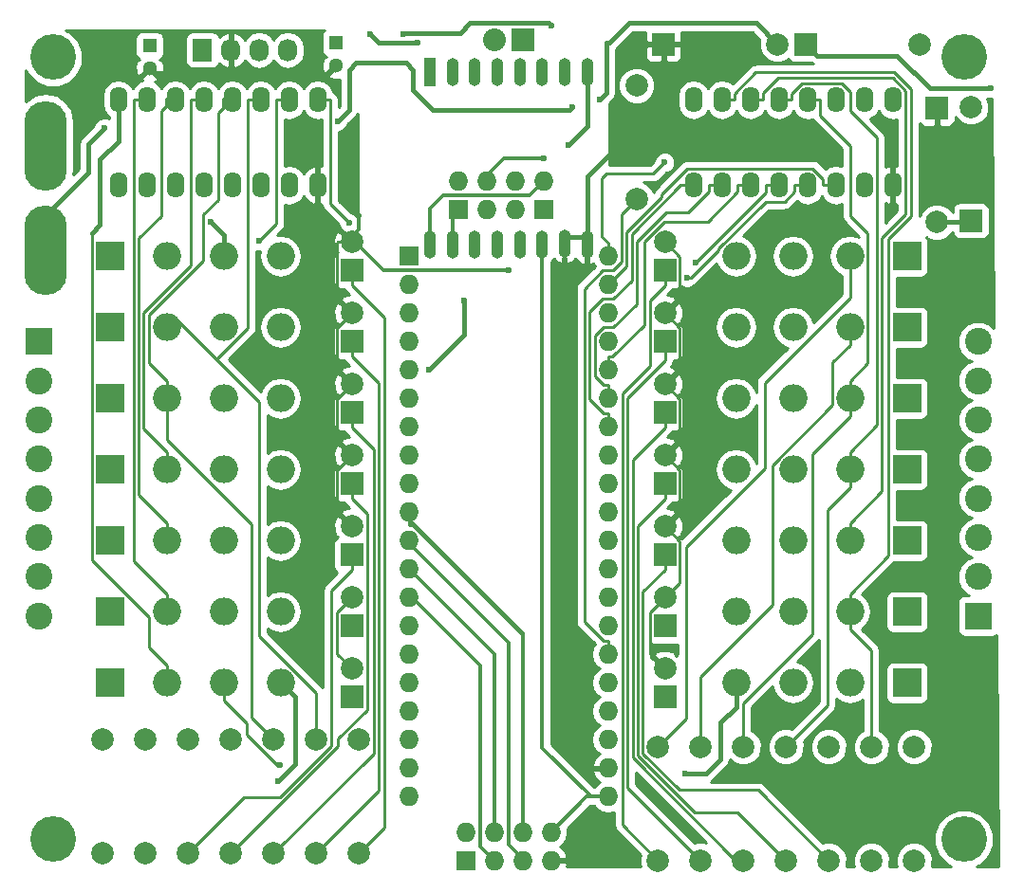
<source format=gbl>
G04 #@! TF.FileFunction,Copper,L2,Bot,Signal*
%FSLAX46Y46*%
G04 Gerber Fmt 4.6, Leading zero omitted, Abs format (unit mm)*
G04 Created by KiCad (PCBNEW (2016-01-13 BZR 6465, Git 5af18e5)-product) date Wed 03 Feb 2016 11:55:23 AWST*
%MOMM*%
G01*
G04 APERTURE LIST*
%ADD10C,0.100000*%
%ADD11C,2.400000*%
%ADD12R,2.400000X2.400000*%
%ADD13C,1.998980*%
%ADD14R,1.998980X1.998980*%
%ADD15C,4.064000*%
%ADD16R,1.727200X1.727200*%
%ADD17O,1.727200X1.727200*%
%ADD18R,2.000000X2.000000*%
%ADD19C,2.000000*%
%ADD20R,2.032000X2.032000*%
%ADD21O,2.032000X2.032000*%
%ADD22R,1.727200X2.032000*%
%ADD23O,1.727200X2.032000*%
%ADD24O,1.600000X2.300000*%
%ADD25R,2.500000X2.500000*%
%ADD26O,2.500000X2.500000*%
%ADD27R,1.100000X2.500000*%
%ADD28O,1.100000X2.500000*%
%ADD29R,1.300000X1.300000*%
%ADD30C,1.300000*%
%ADD31O,3.800000X8.000000*%
%ADD32C,0.600000*%
%ADD33C,0.400000*%
%ADD34C,0.300000*%
%ADD35C,0.250000*%
%ADD36C,0.254000*%
G04 APERTURE END LIST*
D10*
D11*
X231140000Y-121651000D03*
X231140000Y-125151000D03*
X231140000Y-118151000D03*
X231140000Y-114651000D03*
X231140000Y-111151000D03*
X231140000Y-107651000D03*
D12*
X231140000Y-128651000D03*
D11*
X231140000Y-104151000D03*
X147320000Y-111140000D03*
X147320000Y-107640000D03*
X147320000Y-114640000D03*
X147320000Y-118140000D03*
X147320000Y-121640000D03*
X147320000Y-125140000D03*
D12*
X147320000Y-104140000D03*
D11*
X147320000Y-128640000D03*
D13*
X213233000Y-77594460D03*
D14*
X203073000Y-77594460D03*
D13*
X225933000Y-77594460D03*
D14*
X215773000Y-77594460D03*
D13*
X227459540Y-93472000D03*
D14*
X227459540Y-83312000D03*
D13*
X230502460Y-83185000D03*
D14*
X230502460Y-93345000D03*
D15*
X148590000Y-78740000D03*
X148590000Y-148590000D03*
X229870000Y-148590000D03*
D16*
X180340000Y-96520000D03*
D17*
X198120000Y-96520000D03*
X180340000Y-99060000D03*
X198120000Y-99060000D03*
X180340000Y-101600000D03*
X198120000Y-101600000D03*
X180340000Y-104140000D03*
X198120000Y-104140000D03*
X180340000Y-106680000D03*
X198120000Y-106680000D03*
X180340000Y-109220000D03*
X198120000Y-109220000D03*
X180340000Y-111760000D03*
X198120000Y-111760000D03*
X180340000Y-114300000D03*
X198120000Y-114300000D03*
X180340000Y-116840000D03*
X198120000Y-116840000D03*
X180340000Y-119380000D03*
X198120000Y-119380000D03*
X180340000Y-121920000D03*
X198120000Y-121920000D03*
X180340000Y-124460000D03*
X198120000Y-124460000D03*
X180340000Y-127000000D03*
X198120000Y-127000000D03*
X180340000Y-129540000D03*
X198120000Y-129540000D03*
X180340000Y-132080000D03*
X198120000Y-132080000D03*
X180340000Y-134620000D03*
X198120000Y-134620000D03*
X180340000Y-137160000D03*
X198120000Y-137160000D03*
X180340000Y-139700000D03*
X198120000Y-139700000D03*
X180340000Y-142240000D03*
X198120000Y-142240000D03*
X180340000Y-144780000D03*
X198120000Y-144780000D03*
D18*
X203200000Y-135890000D03*
D19*
X203200000Y-133350000D03*
D18*
X203200000Y-129540000D03*
D19*
X203200000Y-127000000D03*
D18*
X203200000Y-123190000D03*
D19*
X203200000Y-120650000D03*
D18*
X203200000Y-116840000D03*
D19*
X203200000Y-114300000D03*
D18*
X203200000Y-110490000D03*
D19*
X203200000Y-107950000D03*
D18*
X203200000Y-104140000D03*
D19*
X203200000Y-101600000D03*
D18*
X203200000Y-97790000D03*
D19*
X203200000Y-95250000D03*
D18*
X175260000Y-135890000D03*
D19*
X175260000Y-133350000D03*
D18*
X175260000Y-129540000D03*
D19*
X175260000Y-127000000D03*
D18*
X175260000Y-123190000D03*
D19*
X175260000Y-120650000D03*
D18*
X175260000Y-116840000D03*
D19*
X175260000Y-114300000D03*
D18*
X175260000Y-110490000D03*
D19*
X175260000Y-107950000D03*
D18*
X175260000Y-104140000D03*
D19*
X175260000Y-101600000D03*
D18*
X175260000Y-97790000D03*
D19*
X175260000Y-95250000D03*
D20*
X190500000Y-77216000D03*
D21*
X187960000Y-77216000D03*
D16*
X185420000Y-150495000D03*
D17*
X185420000Y-147955000D03*
X187960000Y-150495000D03*
X187960000Y-147955000D03*
X190500000Y-150495000D03*
X190500000Y-147955000D03*
X193040000Y-150495000D03*
X193040000Y-147955000D03*
D22*
X161925000Y-78105000D03*
D23*
X164465000Y-78105000D03*
X167005000Y-78105000D03*
X169545000Y-78105000D03*
D13*
X200660000Y-81280000D03*
X200660000Y-91440000D03*
X225425000Y-140335000D03*
X225425000Y-150495000D03*
X221615000Y-140335000D03*
X221615000Y-150495000D03*
X217805000Y-140335000D03*
X217805000Y-150495000D03*
X213995000Y-140335000D03*
X213995000Y-150495000D03*
X210185000Y-140335000D03*
X210185000Y-150495000D03*
X206375000Y-140335000D03*
X206375000Y-150495000D03*
X202565000Y-140335000D03*
X202565000Y-150495000D03*
X153035000Y-139700000D03*
X153035000Y-149860000D03*
X156845000Y-139700000D03*
X156845000Y-149860000D03*
X160655000Y-139700000D03*
X160655000Y-149860000D03*
X164465000Y-139700000D03*
X164465000Y-149860000D03*
X168275000Y-139700000D03*
X168275000Y-149860000D03*
X172085000Y-139700000D03*
X172085000Y-149860000D03*
X175895000Y-139700000D03*
X175895000Y-149860000D03*
D24*
X154432000Y-90170000D03*
X156972000Y-90170000D03*
X159512000Y-90170000D03*
X162052000Y-90170000D03*
X164592000Y-90170000D03*
X167132000Y-90170000D03*
X169672000Y-90170000D03*
X172212000Y-90170000D03*
X172212000Y-82550000D03*
X169672000Y-82550000D03*
X167132000Y-82550000D03*
X164592000Y-82550000D03*
X162052000Y-82550000D03*
X159512000Y-82550000D03*
X156972000Y-82550000D03*
X154432000Y-82550000D03*
X205740000Y-90170000D03*
X208280000Y-90170000D03*
X210820000Y-90170000D03*
X213360000Y-90170000D03*
X215900000Y-90170000D03*
X218440000Y-90170000D03*
X220980000Y-90170000D03*
X223520000Y-90170000D03*
X223520000Y-82550000D03*
X220980000Y-82550000D03*
X218440000Y-82550000D03*
X215900000Y-82550000D03*
X213360000Y-82550000D03*
X210820000Y-82550000D03*
X208280000Y-82550000D03*
X205740000Y-82550000D03*
D25*
X224790000Y-109220000D03*
D26*
X219710000Y-109220000D03*
X214630000Y-109220000D03*
X209550000Y-109220000D03*
D25*
X153670000Y-102870000D03*
D26*
X158750000Y-102870000D03*
X163830000Y-102870000D03*
X168910000Y-102870000D03*
D25*
X153670000Y-96520000D03*
D26*
X158750000Y-96520000D03*
X163830000Y-96520000D03*
X168910000Y-96520000D03*
D25*
X224790000Y-134620000D03*
D26*
X219710000Y-134620000D03*
X214630000Y-134620000D03*
X209550000Y-134620000D03*
D25*
X224790000Y-102870000D03*
D26*
X219710000Y-102870000D03*
X214630000Y-102870000D03*
X209550000Y-102870000D03*
D25*
X224790000Y-128270000D03*
D26*
X219710000Y-128270000D03*
X214630000Y-128270000D03*
X209550000Y-128270000D03*
D25*
X224790000Y-121920000D03*
D26*
X219710000Y-121920000D03*
X214630000Y-121920000D03*
X209550000Y-121920000D03*
D25*
X224790000Y-115570000D03*
D26*
X219710000Y-115570000D03*
X214630000Y-115570000D03*
X209550000Y-115570000D03*
D25*
X153670000Y-134620000D03*
D26*
X158750000Y-134620000D03*
X163830000Y-134620000D03*
X168910000Y-134620000D03*
D25*
X153670000Y-128270000D03*
D26*
X158750000Y-128270000D03*
X163830000Y-128270000D03*
X168910000Y-128270000D03*
D25*
X153670000Y-121920000D03*
D26*
X158750000Y-121920000D03*
X163830000Y-121920000D03*
X168910000Y-121920000D03*
D25*
X153670000Y-115570000D03*
D26*
X158750000Y-115570000D03*
X163830000Y-115570000D03*
X168910000Y-115570000D03*
D25*
X153670000Y-109220000D03*
D26*
X158750000Y-109220000D03*
X163830000Y-109220000D03*
X168910000Y-109220000D03*
D25*
X224790000Y-96520000D03*
D26*
X219710000Y-96520000D03*
X214630000Y-96520000D03*
X209550000Y-96520000D03*
D27*
X182245000Y-80072000D03*
D28*
X184245000Y-80072000D03*
X186245000Y-80072000D03*
X188245000Y-80072000D03*
X190245000Y-80072000D03*
X192245000Y-80072000D03*
X194245000Y-80072000D03*
X196245000Y-80072000D03*
X196245000Y-95472000D03*
X194245000Y-95372000D03*
X192245000Y-95472000D03*
X190245000Y-95472000D03*
X188245000Y-95472000D03*
X186245000Y-95472000D03*
X184245000Y-95472000D03*
X182245000Y-95472000D03*
D15*
X229870000Y-78740000D03*
D29*
X173863000Y-77470000D03*
D30*
X173863000Y-79470000D03*
D29*
X157226000Y-77724000D03*
D30*
X157226000Y-79724000D03*
D31*
X147955000Y-95963000D03*
X147955000Y-86663000D03*
D16*
X184785000Y-92329000D03*
D17*
X184785000Y-89789000D03*
X187325000Y-92329000D03*
X187325000Y-89789000D03*
X189865000Y-92329000D03*
X189865000Y-89789000D03*
D16*
X192405000Y-92329000D03*
D17*
X192405000Y-89789000D03*
D32*
X193040000Y-75946000D03*
X179832000Y-76708000D03*
X168656000Y-143383000D03*
X204978000Y-142748000D03*
X176911000Y-76708000D03*
X181102000Y-77470000D03*
X189255400Y-97777300D03*
X201168000Y-143764000D03*
X203708000Y-146304000D03*
X208915000Y-142875000D03*
X200533000Y-87122000D03*
X171958000Y-87122000D03*
X173990000Y-84455000D03*
X153162000Y-85090000D03*
X194945000Y-83185000D03*
X197358000Y-82550000D03*
X232283000Y-81534000D03*
X162687000Y-93472000D03*
X168820000Y-141999000D03*
X175027200Y-93569800D03*
X167027300Y-95150200D03*
X194564000Y-86614000D03*
X192366900Y-87782400D03*
X203172000Y-88142400D03*
X205157000Y-98432700D03*
X205907000Y-97116400D03*
X185293000Y-100457000D03*
X182118000Y-106680000D03*
D33*
X184912000Y-76581000D02*
X185801000Y-75692000D01*
X192786000Y-75692000D02*
X185801000Y-75692000D01*
X193040000Y-75946000D02*
X192786000Y-75692000D01*
X179832000Y-76708000D02*
X179959000Y-76581000D01*
X179959000Y-76581000D02*
X184912000Y-76581000D01*
X169545000Y-77343000D02*
X169545000Y-78105000D01*
X209550000Y-134620000D02*
X209550000Y-136779000D01*
X170180000Y-135890000D02*
X168910000Y-134620000D01*
X170180000Y-141859000D02*
X170180000Y-135890000D01*
X168656000Y-143383000D02*
X170180000Y-141859000D01*
X206883000Y-142748000D02*
X204978000Y-142748000D01*
X208153000Y-141478000D02*
X206883000Y-142748000D01*
X208153000Y-138176000D02*
X208153000Y-141478000D01*
X209550000Y-136779000D02*
X208153000Y-138176000D01*
X227459540Y-93472000D02*
X230375460Y-93472000D01*
X230375460Y-93472000D02*
X230502460Y-93345000D01*
X177673000Y-77470000D02*
X181102000Y-77470000D01*
X176911000Y-76708000D02*
X177673000Y-77470000D01*
D34*
X175260000Y-95250000D02*
X175260000Y-94729300D01*
X175260000Y-94729300D02*
X175882300Y-94107000D01*
X175882300Y-94107000D02*
X175882300Y-92824300D01*
X178117500Y-97790000D02*
X175577500Y-95250000D01*
X189242700Y-97790000D02*
X178117500Y-97790000D01*
X189255400Y-97777300D02*
X189242700Y-97790000D01*
X175577500Y-95250000D02*
X175260000Y-95250000D01*
D33*
X175882300Y-92824300D02*
X175260000Y-92202000D01*
X164465000Y-78105000D02*
X164465000Y-79883000D01*
X164211000Y-80137000D02*
X157639000Y-80137000D01*
X164465000Y-79883000D02*
X164211000Y-80137000D01*
X157639000Y-80137000D02*
X157226000Y-79724000D01*
X227459540Y-83312000D02*
X227459540Y-86235540D01*
X203708000Y-146304000D02*
X201168000Y-143764000D01*
X226441000Y-142875000D02*
X208915000Y-142875000D01*
X227711000Y-141605000D02*
X226441000Y-142875000D01*
X227711000Y-139446000D02*
X227711000Y-141605000D01*
X226949000Y-138684000D02*
X227711000Y-139446000D01*
X226949000Y-130810000D02*
X226949000Y-138684000D01*
X227584000Y-130175000D02*
X226949000Y-130810000D01*
X227584000Y-102616000D02*
X227584000Y-130175000D01*
X232283000Y-97917000D02*
X227584000Y-102616000D01*
X232283000Y-91059000D02*
X232283000Y-97917000D01*
X227459540Y-86235540D02*
X232283000Y-91059000D01*
X194245000Y-94772000D02*
X194086000Y-94772000D01*
X196245000Y-94772000D02*
X194245000Y-94772000D01*
X196245000Y-89378000D02*
X196245000Y-94772000D01*
X198628000Y-86995000D02*
X196245000Y-89378000D01*
X200406000Y-86995000D02*
X198628000Y-86995000D01*
X200533000Y-87122000D02*
X200406000Y-86995000D01*
D34*
X172212000Y-90170000D02*
X172212000Y-87376000D01*
X172212000Y-87376000D02*
X171958000Y-87122000D01*
D35*
X173935000Y-119325000D02*
X175260000Y-120650000D01*
X173935000Y-115625000D02*
X173935000Y-119325000D01*
X175260000Y-114300000D02*
X173935000Y-115625000D01*
X173935000Y-106625000D02*
X175260000Y-107950000D01*
X173935000Y-102925000D02*
X173935000Y-106625000D01*
X175260000Y-101600000D02*
X173935000Y-102925000D01*
X173935000Y-109275000D02*
X175260000Y-107950000D01*
X173935000Y-112975000D02*
X173935000Y-109275000D01*
X175260000Y-114300000D02*
X173935000Y-112975000D01*
X201875000Y-128325000D02*
X203200000Y-127000000D01*
X201875000Y-132025000D02*
X201875000Y-128325000D01*
X203200000Y-133350000D02*
X201875000Y-132025000D01*
X204525000Y-100275000D02*
X203200000Y-101600000D01*
X204525000Y-96575400D02*
X204525000Y-100275000D01*
X203200000Y-95250000D02*
X204525000Y-96575400D01*
X204525000Y-106625000D02*
X203200000Y-107950000D01*
X204525000Y-102925000D02*
X204525000Y-106625000D01*
X203200000Y-101600000D02*
X204525000Y-102925000D01*
X204525000Y-121975000D02*
X203200000Y-120650000D01*
X204525000Y-125675000D02*
X204525000Y-121975000D01*
X203200000Y-127000000D02*
X204525000Y-125675000D01*
X173935000Y-100275000D02*
X175260000Y-101600000D01*
X173935000Y-95305400D02*
X173935000Y-100275000D01*
X173990000Y-95250000D02*
X173935000Y-95305400D01*
X175260000Y-95250000D02*
X173990000Y-95250000D01*
X204525000Y-112975000D02*
X203200000Y-114300000D01*
X204525000Y-109275000D02*
X204525000Y-112975000D01*
X203200000Y-107950000D02*
X204525000Y-109275000D01*
X204525000Y-119325000D02*
X203200000Y-120650000D01*
X204525000Y-115625000D02*
X204525000Y-119325000D01*
X203200000Y-114300000D02*
X204525000Y-115625000D01*
X173935000Y-132025000D02*
X175260000Y-133350000D01*
X173935000Y-128325000D02*
X173935000Y-132025000D01*
X175260000Y-127000000D02*
X173935000Y-128325000D01*
X194245000Y-94772000D02*
X194245000Y-94284300D01*
D33*
X175006000Y-83439000D02*
X175006000Y-80518000D01*
X180721000Y-81661000D02*
X182499000Y-83439000D01*
X180721000Y-79883000D02*
X180721000Y-81661000D01*
X180086000Y-79248000D02*
X180721000Y-79883000D01*
X175641000Y-79248000D02*
X180086000Y-79248000D01*
X175006000Y-79883000D02*
X175641000Y-79248000D01*
X175006000Y-80518000D02*
X175006000Y-79883000D01*
X147955000Y-95963000D02*
X147955000Y-92837000D01*
X147955000Y-92837000D02*
X151765000Y-89027000D01*
X173990000Y-84455000D02*
X175006000Y-83439000D01*
X151765000Y-86487000D02*
X153162000Y-85090000D01*
X151765000Y-89027000D02*
X151765000Y-86487000D01*
X197993000Y-77470000D02*
X197993000Y-81915000D01*
X194691000Y-83439000D02*
X182499000Y-83439000D01*
X194945000Y-83185000D02*
X194691000Y-83439000D01*
X197993000Y-81915000D02*
X197358000Y-82550000D01*
X232283000Y-81534000D02*
X226822000Y-81534000D01*
X226822000Y-81534000D02*
X223901000Y-78613000D01*
X223901000Y-78613000D02*
X216791540Y-78613000D01*
X216791540Y-78613000D02*
X215773000Y-77594460D01*
X197993000Y-77470000D02*
X198247000Y-77470000D01*
X211330540Y-75692000D02*
X213233000Y-77594460D01*
X200025000Y-75692000D02*
X211330540Y-75692000D01*
X198247000Y-77470000D02*
X200025000Y-75692000D01*
D35*
X211518000Y-144208000D02*
X217805000Y-150495000D01*
X204493000Y-144208000D02*
X211518000Y-144208000D01*
X201210000Y-140925000D02*
X204493000Y-144208000D01*
X201210000Y-126505000D02*
X201210000Y-140925000D01*
X203200000Y-124515000D02*
X201210000Y-126505000D01*
X203200000Y-123190000D02*
X203200000Y-124515000D01*
X209698000Y-146198000D02*
X213995000Y-150495000D01*
X205846000Y-146198000D02*
X209698000Y-146198000D01*
X200760000Y-141111000D02*
X205846000Y-146198000D01*
X200760000Y-120606000D02*
X200760000Y-141111000D01*
X203200000Y-118165000D02*
X200760000Y-120606000D01*
X203200000Y-116840000D02*
X203200000Y-118165000D01*
X209506000Y-150495000D02*
X210185000Y-150495000D01*
X200309000Y-141298000D02*
X209506000Y-150495000D01*
X200309000Y-114706000D02*
X200309000Y-141298000D01*
X203200000Y-111815000D02*
X200309000Y-114706000D01*
X203200000Y-110490000D02*
X203200000Y-111815000D01*
X203200000Y-105852000D02*
X203200000Y-104140000D01*
X199859000Y-109193000D02*
X203200000Y-105852000D01*
X199859000Y-143979000D02*
X199859000Y-109193000D01*
X206375000Y-150495000D02*
X199859000Y-143979000D01*
X203200000Y-99115300D02*
X203200000Y-97790000D01*
X201875000Y-100441000D02*
X203200000Y-99115300D01*
X201875000Y-106315000D02*
X201875000Y-100441000D01*
X199409000Y-108781000D02*
X201875000Y-106315000D01*
X199409000Y-147339000D02*
X199409000Y-108781000D01*
X202565000Y-150495000D02*
X199409000Y-147339000D01*
X165640000Y-144875000D02*
X160655000Y-149860000D01*
X168825000Y-144875000D02*
X165640000Y-144875000D01*
X173413000Y-140288000D02*
X168825000Y-144875000D01*
X173413000Y-126362000D02*
X173413000Y-140288000D01*
X175260000Y-124515000D02*
X173413000Y-126362000D01*
X175260000Y-123190000D02*
X175260000Y-124515000D01*
X164478000Y-149860000D02*
X164465000Y-149860000D01*
X174058000Y-140279000D02*
X164478000Y-149860000D01*
X174058000Y-139610000D02*
X174058000Y-140279000D01*
X176604000Y-137064000D02*
X174058000Y-139610000D01*
X176604000Y-119509000D02*
X176604000Y-137064000D01*
X175260000Y-118165000D02*
X176604000Y-119509000D01*
X175260000Y-116840000D02*
X175260000Y-118165000D01*
X177225000Y-140910000D02*
X168275000Y-149860000D01*
X177225000Y-113781000D02*
X177225000Y-140910000D01*
X175260000Y-111815000D02*
X177225000Y-113781000D01*
X175260000Y-110490000D02*
X175260000Y-111815000D01*
X177676000Y-144269000D02*
X172085000Y-149860000D01*
X177676000Y-107882000D02*
X177676000Y-144269000D01*
X175260000Y-105465000D02*
X177676000Y-107882000D01*
X175260000Y-104140000D02*
X175260000Y-105465000D01*
X178178000Y-147577000D02*
X175895000Y-149860000D01*
X178178000Y-102034000D02*
X178178000Y-147577000D01*
X175260000Y-99115300D02*
X178178000Y-102034000D01*
X175260000Y-97790000D02*
X175260000Y-99115300D01*
D33*
X152781000Y-87884000D02*
X152781000Y-93726000D01*
X152781000Y-93726000D02*
X152070400Y-94436600D01*
X154432000Y-82550000D02*
X154432000Y-86233000D01*
X154432000Y-86233000D02*
X152781000Y-87884000D01*
D35*
X152070400Y-123692300D02*
X152070400Y-94436600D01*
X158750000Y-134620000D02*
X158750000Y-133044700D01*
X158750000Y-133044700D02*
X157174700Y-131469400D01*
X157174700Y-131469400D02*
X157174700Y-128796600D01*
X157174700Y-128796600D02*
X152070400Y-123692300D01*
D33*
X163830000Y-94615000D02*
X163830000Y-96520000D01*
X162687000Y-93472000D02*
X163830000Y-94615000D01*
D35*
X168621000Y-141999000D02*
X168820000Y-141999000D01*
X165861000Y-139239000D02*
X168621000Y-141999000D01*
X165861000Y-138226000D02*
X165861000Y-139239000D01*
X163830000Y-136195000D02*
X165861000Y-138226000D01*
X163830000Y-134620000D02*
X163830000Y-136195000D01*
X173337300Y-91879900D02*
X175027200Y-93569800D01*
X173337300Y-82550000D02*
X173337300Y-91879900D01*
X172212000Y-82550000D02*
X173337300Y-82550000D01*
X155781400Y-82615300D02*
X155846700Y-82550000D01*
X155781400Y-123726100D02*
X155781400Y-82615300D01*
X158750000Y-126694700D02*
X155781400Y-123726100D01*
X158750000Y-128270000D02*
X158750000Y-126694700D01*
X156972000Y-82550000D02*
X155846700Y-82550000D01*
X158242000Y-83566000D02*
X158750000Y-83058000D01*
X158242000Y-92926700D02*
X158242000Y-83566000D01*
X156236700Y-94932000D02*
X158242000Y-92926700D01*
X156236700Y-117831400D02*
X156236700Y-94932000D01*
X158750000Y-120344700D02*
X156236700Y-117831400D01*
X158750000Y-121920000D02*
X158750000Y-120344700D01*
D34*
X158750000Y-82550000D02*
X158750000Y-82804000D01*
X158750000Y-82804000D02*
X158750000Y-83058000D01*
D35*
X159258000Y-82804000D02*
X159512000Y-82550000D01*
X158750000Y-82804000D02*
X159258000Y-82804000D01*
X160926700Y-97340900D02*
X160926700Y-82550000D01*
X156700100Y-101567500D02*
X160926700Y-97340900D01*
X156700100Y-111944800D02*
X156700100Y-101567500D01*
X158750000Y-113994700D02*
X156700100Y-111944800D01*
X158750000Y-115570000D02*
X158750000Y-113994700D01*
X162052000Y-82550000D02*
X160926700Y-82550000D01*
X166311000Y-137736000D02*
X168275000Y-139700000D01*
X166311000Y-120448000D02*
X166311000Y-137736000D01*
X158750000Y-112886000D02*
X166311000Y-120448000D01*
X158750000Y-109220000D02*
X158750000Y-112886000D01*
D34*
X163830000Y-82550000D02*
X163830000Y-82867500D01*
D35*
X164274500Y-82867500D02*
X164592000Y-82550000D01*
X163830000Y-82867500D02*
X164274500Y-82867500D01*
D34*
X163830000Y-82867500D02*
X163830000Y-83185000D01*
D35*
X157174700Y-106069400D02*
X158750000Y-107644700D01*
X157174700Y-101748200D02*
X157174700Y-106069400D01*
X161975200Y-96947700D02*
X157174700Y-101748200D01*
X161975200Y-92814300D02*
X161975200Y-96947700D01*
X163322000Y-91467500D02*
X161975200Y-92814300D01*
X163322000Y-83693000D02*
X163322000Y-91467500D01*
X163830000Y-83185000D02*
X163322000Y-83693000D01*
X158750000Y-109220000D02*
X158750000Y-107644700D01*
D34*
X159543000Y-102077000D02*
X158750000Y-102870000D01*
D35*
X159543000Y-102077000D02*
X163197000Y-105731000D01*
X172085000Y-135534000D02*
X172085000Y-139700000D01*
X167001000Y-130449000D02*
X172085000Y-135534000D01*
X167001000Y-109535000D02*
X167001000Y-130449000D01*
X163197000Y-105731000D02*
X167001000Y-109535000D01*
X166006700Y-102921300D02*
X166006700Y-82550000D01*
X163197000Y-105731000D02*
X166006700Y-102921300D01*
X167132000Y-82550000D02*
X166006700Y-82550000D01*
X168546700Y-93630800D02*
X168546700Y-82550000D01*
X167027300Y-95150200D02*
X168546700Y-93630800D01*
X169672000Y-82550000D02*
X168546700Y-82550000D01*
X219710000Y-129845000D02*
X219710000Y-128270000D01*
X221615000Y-131750000D02*
X219710000Y-129845000D01*
X221615000Y-140335000D02*
X221615000Y-131750000D01*
X219710000Y-126695000D02*
X219710000Y-128270000D01*
X223150000Y-123255000D02*
X219710000Y-126695000D01*
X223150000Y-94944600D02*
X223150000Y-123255000D01*
X225154000Y-92940500D02*
X223150000Y-94944600D01*
X225154000Y-81593300D02*
X225154000Y-92940500D01*
X223666000Y-80106100D02*
X225154000Y-81593300D01*
X211286000Y-80106100D02*
X223666000Y-80106100D01*
X209405000Y-81987300D02*
X211286000Y-80106100D01*
X209405000Y-82550000D02*
X209405000Y-81987300D01*
X208280000Y-82550000D02*
X209405000Y-82550000D01*
X219710000Y-120345000D02*
X219710000Y-121920000D01*
X222556000Y-117499000D02*
X219710000Y-120345000D01*
X222556000Y-94901600D02*
X222556000Y-117499000D01*
X224675000Y-92782600D02*
X222556000Y-94901600D01*
X224675000Y-81751200D02*
X224675000Y-92782600D01*
X223543000Y-80619600D02*
X224675000Y-81751200D01*
X213300000Y-80619600D02*
X223543000Y-80619600D01*
X211945000Y-81974400D02*
X213300000Y-80619600D01*
X211945000Y-82550000D02*
X211945000Y-81974400D01*
X210820000Y-82550000D02*
X211945000Y-82550000D01*
X219710000Y-117145000D02*
X219710000Y-115570000D01*
X217684000Y-119171000D02*
X219710000Y-117145000D01*
X217684000Y-136646000D02*
X217684000Y-119171000D01*
X213995000Y-140335000D02*
X217684000Y-136646000D01*
X219710000Y-113995000D02*
X219710000Y-115570000D01*
X222105000Y-111599000D02*
X219710000Y-113995000D01*
X222105000Y-85949800D02*
X222105000Y-111599000D01*
X219730000Y-83574800D02*
X222105000Y-85949800D01*
X219730000Y-81855900D02*
X219730000Y-83574800D01*
X218944000Y-81070000D02*
X219730000Y-81855900D01*
X215403000Y-81070000D02*
X218944000Y-81070000D01*
X214485000Y-81987300D02*
X215403000Y-81070000D01*
X214485000Y-82550000D02*
X214485000Y-81987300D01*
X213360000Y-82550000D02*
X214485000Y-82550000D01*
X219710000Y-107645000D02*
X219710000Y-109220000D01*
X221288000Y-106067000D02*
X219710000Y-107645000D01*
X221288000Y-94464800D02*
X221288000Y-106067000D01*
X219731000Y-92907400D02*
X221288000Y-94464800D01*
X219731000Y-86647600D02*
X219731000Y-92907400D01*
X217025000Y-83942300D02*
X219731000Y-86647600D01*
X217025000Y-82550000D02*
X217025000Y-83942300D01*
X215900000Y-82550000D02*
X217025000Y-82550000D01*
X210185000Y-136459000D02*
X210185000Y-140335000D01*
X216334000Y-130311000D02*
X210185000Y-136459000D01*
X216334000Y-114172000D02*
X216334000Y-130311000D01*
X219710000Y-110795000D02*
X216334000Y-114172000D01*
X219710000Y-109220000D02*
X219710000Y-110795000D01*
X206375000Y-134080000D02*
X206375000Y-140335000D01*
X212765000Y-127690000D02*
X206375000Y-134080000D01*
X212765000Y-115184000D02*
X212765000Y-127690000D01*
X218135000Y-109814000D02*
X212765000Y-115184000D01*
X218135000Y-106021000D02*
X218135000Y-109814000D01*
X219710000Y-104445000D02*
X218135000Y-106021000D01*
X219710000Y-102870000D02*
X219710000Y-104445000D01*
X219710000Y-100186000D02*
X219710000Y-96520000D01*
X212090000Y-107806000D02*
X219710000Y-100186000D01*
X212090000Y-115426000D02*
X212090000Y-107806000D01*
X205050000Y-122466000D02*
X212090000Y-115426000D01*
X205050000Y-137850000D02*
X205050000Y-122466000D01*
X202565000Y-140335000D02*
X205050000Y-137850000D01*
D34*
X186690000Y-149225000D02*
X187960000Y-150495000D01*
X186690000Y-133096000D02*
X186690000Y-149225000D01*
X180594000Y-127000000D02*
X186690000Y-133096000D01*
X180340000Y-127000000D02*
X180594000Y-127000000D01*
X187960000Y-132080000D02*
X180340000Y-124460000D01*
X187960000Y-147955000D02*
X187960000Y-132080000D01*
X180340000Y-122174000D02*
X180340000Y-121920000D01*
X189230000Y-131064000D02*
X180340000Y-122174000D01*
X189230000Y-149098000D02*
X189230000Y-131064000D01*
X190500000Y-150368000D02*
X189230000Y-149098000D01*
X190500000Y-150495000D02*
X190500000Y-150368000D01*
X190500000Y-130175000D02*
X190500000Y-130357000D01*
X180340000Y-120015000D02*
X190500000Y-130175000D01*
X180340000Y-119380000D02*
X180340000Y-120015000D01*
X190500000Y-130357000D02*
X190500000Y-147955000D01*
D35*
X180712000Y-120569000D02*
X190500000Y-130357000D01*
X180340000Y-120569000D02*
X180712000Y-120569000D01*
X180340000Y-119380000D02*
X180340000Y-120569000D01*
X190500000Y-130357000D02*
X190500000Y-147955000D01*
D34*
X196596000Y-144780000D02*
X198120000Y-144780000D01*
X192245000Y-140429000D02*
X196596000Y-144780000D01*
X192245000Y-94772000D02*
X192245000Y-140429000D01*
D33*
X196245000Y-84933000D02*
X196245000Y-80772000D01*
X194564000Y-86614000D02*
X196245000Y-84933000D01*
D34*
X198120000Y-144780000D02*
X196596000Y-144780000D01*
X196215000Y-144780000D02*
X193040000Y-147955000D01*
X196596000Y-144780000D02*
X196215000Y-144780000D01*
X187325000Y-89789000D02*
X187325000Y-89281000D01*
X187325000Y-89281000D02*
X188823600Y-87782400D01*
X188823600Y-87782400D02*
X192366900Y-87782400D01*
D35*
X199328000Y-92772300D02*
X200660000Y-91440000D01*
X199328000Y-97001700D02*
X199328000Y-92772300D01*
X198539000Y-97790000D02*
X199328000Y-97001700D01*
X197656000Y-97790000D02*
X198539000Y-97790000D01*
X196003000Y-99442800D02*
X197656000Y-97790000D01*
X196003000Y-129146000D02*
X196003000Y-99442800D01*
X197748000Y-130891000D02*
X196003000Y-129146000D01*
X198120000Y-130891000D02*
X197748000Y-130891000D01*
X198120000Y-132080000D02*
X198120000Y-130891000D01*
X202151000Y-89163600D02*
X203172000Y-88142400D01*
X197963000Y-89163600D02*
X202151000Y-89163600D01*
X197584000Y-89543200D02*
X197963000Y-89163600D01*
X197584000Y-94794800D02*
X197584000Y-89543200D01*
X198120000Y-95331100D02*
X197584000Y-94794800D01*
X198120000Y-96520000D02*
X198120000Y-95331100D01*
D34*
X182245000Y-94772000D02*
X182245000Y-92278200D01*
X191122300Y-91071700D02*
X192405000Y-89789000D01*
X183451500Y-91071700D02*
X191122300Y-91071700D01*
X182245000Y-92278200D02*
X183451500Y-91071700D01*
D35*
X199785000Y-97395000D02*
X198120000Y-99060000D01*
X199785000Y-94362800D02*
X199785000Y-97395000D01*
X202894000Y-91253500D02*
X199785000Y-94362800D01*
X202894000Y-90999700D02*
X202894000Y-91253500D01*
X205212000Y-88682400D02*
X202894000Y-90999700D01*
X216390000Y-88682400D02*
X205212000Y-88682400D01*
X217315000Y-89607400D02*
X216390000Y-88682400D01*
X217315000Y-90170000D02*
X217315000Y-89607400D01*
X218440000Y-90170000D02*
X217315000Y-90170000D01*
D34*
X184245000Y-94772000D02*
X184245000Y-92869000D01*
X184245000Y-92869000D02*
X184785000Y-92329000D01*
D35*
X205494000Y-98432700D02*
X205157000Y-98432700D01*
X207975000Y-95952500D02*
X205494000Y-98432700D01*
X207975000Y-95838200D02*
X207975000Y-95952500D01*
X212167000Y-91645400D02*
X207975000Y-95838200D01*
X213862000Y-91645400D02*
X212167000Y-91645400D01*
X214775000Y-90732600D02*
X213862000Y-91645400D01*
X214775000Y-90170000D02*
X214775000Y-90732600D01*
X215900000Y-90170000D02*
X214775000Y-90170000D01*
X212235000Y-90788700D02*
X205907000Y-97116400D01*
X212235000Y-90170000D02*
X212235000Y-90788700D01*
X213360000Y-90170000D02*
X212235000Y-90170000D01*
X209695000Y-90170000D02*
X210820000Y-90170000D01*
X209695000Y-90732600D02*
X209695000Y-90170000D01*
X207009000Y-93418100D02*
X209695000Y-90732600D01*
X203142000Y-93418100D02*
X207009000Y-93418100D01*
X201323000Y-95237000D02*
X203142000Y-93418100D01*
X201323000Y-102659000D02*
X201323000Y-95237000D01*
X198492000Y-105491000D02*
X201323000Y-102659000D01*
X198120000Y-105491000D02*
X198492000Y-105491000D01*
X198120000Y-106680000D02*
X198120000Y-105491000D01*
X207155000Y-90170000D02*
X208280000Y-90170000D01*
X207155000Y-90731000D02*
X207155000Y-90170000D01*
X205287000Y-92598800D02*
X207155000Y-90731000D01*
X203324000Y-92598800D02*
X205287000Y-92598800D01*
X200686000Y-95237600D02*
X203324000Y-92598800D01*
X200686000Y-100786000D02*
X200686000Y-95237600D01*
X198602000Y-102870000D02*
X200686000Y-100786000D01*
X197684000Y-102870000D02*
X198602000Y-102870000D01*
X196931000Y-103622000D02*
X197684000Y-102870000D01*
X196931000Y-107214000D02*
X196931000Y-103622000D01*
X197748000Y-108031000D02*
X196931000Y-107214000D01*
X198120000Y-108031000D02*
X197748000Y-108031000D01*
X198120000Y-109220000D02*
X198120000Y-108031000D01*
X204615000Y-90170000D02*
X205740000Y-90170000D01*
X200235000Y-94549400D02*
X204615000Y-90170000D01*
X200235000Y-98662000D02*
X200235000Y-94549400D01*
X198567000Y-100330000D02*
X200235000Y-98662000D01*
X197654000Y-100330000D02*
X198567000Y-100330000D01*
X196453000Y-101531000D02*
X197654000Y-100330000D01*
X196453000Y-109276000D02*
X196453000Y-101531000D01*
X197748000Y-110571000D02*
X196453000Y-109276000D01*
X198120000Y-110571000D02*
X197748000Y-110571000D01*
X198120000Y-111760000D02*
X198120000Y-110571000D01*
D33*
X185293000Y-103505000D02*
X185293000Y-100457000D01*
X182118000Y-106680000D02*
X185293000Y-103505000D01*
D36*
G36*
X232096201Y-82468838D02*
X232336123Y-82469047D01*
X232509483Y-102925526D01*
X232180801Y-102596270D01*
X231506605Y-102316319D01*
X230776597Y-102315682D01*
X230101914Y-102594455D01*
X229585270Y-103110199D01*
X229305319Y-103784395D01*
X229304682Y-104514403D01*
X229583455Y-105189086D01*
X230099199Y-105705730D01*
X230569785Y-105901135D01*
X230101914Y-106094455D01*
X229585270Y-106610199D01*
X229305319Y-107284395D01*
X229304682Y-108014403D01*
X229583455Y-108689086D01*
X230099199Y-109205730D01*
X230569785Y-109401135D01*
X230101914Y-109594455D01*
X229585270Y-110110199D01*
X229305319Y-110784395D01*
X229304682Y-111514403D01*
X229583455Y-112189086D01*
X230099199Y-112705730D01*
X230569785Y-112901135D01*
X230101914Y-113094455D01*
X229585270Y-113610199D01*
X229305319Y-114284395D01*
X229304682Y-115014403D01*
X229583455Y-115689086D01*
X230099199Y-116205730D01*
X230569785Y-116401135D01*
X230101914Y-116594455D01*
X229585270Y-117110199D01*
X229305319Y-117784395D01*
X229304682Y-118514403D01*
X229583455Y-119189086D01*
X230099199Y-119705730D01*
X230569785Y-119901135D01*
X230101914Y-120094455D01*
X229585270Y-120610199D01*
X229305319Y-121284395D01*
X229304682Y-122014403D01*
X229583455Y-122689086D01*
X230099199Y-123205730D01*
X230569785Y-123401135D01*
X230101914Y-123594455D01*
X229585270Y-124110199D01*
X229305319Y-124784395D01*
X229304682Y-125514403D01*
X229583455Y-126189086D01*
X230099199Y-126705730D01*
X230334799Y-126803560D01*
X229940000Y-126803560D01*
X229704683Y-126847838D01*
X229488559Y-126986910D01*
X229343569Y-127199110D01*
X229292560Y-127451000D01*
X229292560Y-129851000D01*
X229336838Y-130086317D01*
X229475910Y-130302441D01*
X229688110Y-130447431D01*
X229940000Y-130498440D01*
X232340000Y-130498440D01*
X232575317Y-130454162D01*
X232741869Y-130346989D01*
X232916920Y-151003000D01*
X231014017Y-151003000D01*
X231378761Y-150852291D01*
X232129655Y-150102707D01*
X232536536Y-149122827D01*
X232537462Y-148061828D01*
X232132291Y-147081239D01*
X231382707Y-146330345D01*
X230402827Y-145923464D01*
X229341828Y-145922538D01*
X228361239Y-146327709D01*
X227610345Y-147077293D01*
X227203464Y-148057173D01*
X227202538Y-149118172D01*
X227607709Y-150098761D01*
X228357293Y-150849655D01*
X228726589Y-151003000D01*
X226983860Y-151003000D01*
X227059206Y-150821547D01*
X227059774Y-150171306D01*
X226811462Y-149570345D01*
X226352073Y-149110154D01*
X225751547Y-148860794D01*
X225101306Y-148860226D01*
X224500345Y-149108538D01*
X224040154Y-149567927D01*
X223790794Y-150168453D01*
X223790226Y-150818694D01*
X223866380Y-151003000D01*
X223173860Y-151003000D01*
X223249206Y-150821547D01*
X223249774Y-150171306D01*
X223001462Y-149570345D01*
X222542073Y-149110154D01*
X221941547Y-148860794D01*
X221291306Y-148860226D01*
X220690345Y-149108538D01*
X220230154Y-149567927D01*
X219980794Y-150168453D01*
X219980226Y-150818694D01*
X220056380Y-151003000D01*
X219363860Y-151003000D01*
X219439206Y-150821547D01*
X219439774Y-150171306D01*
X219191462Y-149570345D01*
X218732073Y-149110154D01*
X218131547Y-148860794D01*
X217481306Y-148860226D01*
X217314111Y-148929309D01*
X212055401Y-143670599D01*
X211808839Y-143505852D01*
X211518000Y-143448000D01*
X207309457Y-143448000D01*
X207473434Y-143338434D01*
X208743434Y-142068434D01*
X208789828Y-141999000D01*
X208924439Y-141797541D01*
X208988000Y-141478000D01*
X208988000Y-141449448D01*
X209257927Y-141719846D01*
X209858453Y-141969206D01*
X210508694Y-141969774D01*
X211109655Y-141721462D01*
X211569846Y-141262073D01*
X211819206Y-140661547D01*
X211819774Y-140011306D01*
X211571462Y-139410345D01*
X211112073Y-138950154D01*
X210945000Y-138880779D01*
X210945000Y-136773838D01*
X212797629Y-134921511D01*
X212888487Y-135378287D01*
X213297104Y-135989825D01*
X213908642Y-136398442D01*
X214630000Y-136541929D01*
X215351358Y-136398442D01*
X215962896Y-135989825D01*
X216371513Y-135378287D01*
X216515000Y-134656929D01*
X216515000Y-134583071D01*
X216371513Y-133861713D01*
X215962896Y-133250175D01*
X215351358Y-132841558D01*
X214956479Y-132763012D01*
X216871357Y-130848445D01*
X216871375Y-130848419D01*
X216871401Y-130848401D01*
X216924000Y-130769681D01*
X216924000Y-136331198D01*
X214486083Y-138769115D01*
X214321547Y-138700794D01*
X213671306Y-138700226D01*
X213070345Y-138948538D01*
X212610154Y-139407927D01*
X212360794Y-140008453D01*
X212360226Y-140658694D01*
X212608538Y-141259655D01*
X213067927Y-141719846D01*
X213668453Y-141969206D01*
X214318694Y-141969774D01*
X214919655Y-141721462D01*
X215379846Y-141262073D01*
X215629206Y-140661547D01*
X215629208Y-140658694D01*
X216170226Y-140658694D01*
X216418538Y-141259655D01*
X216877927Y-141719846D01*
X217478453Y-141969206D01*
X218128694Y-141969774D01*
X218729655Y-141721462D01*
X219189846Y-141262073D01*
X219439206Y-140661547D01*
X219439774Y-140011306D01*
X219191462Y-139410345D01*
X218732073Y-138950154D01*
X218131547Y-138700794D01*
X217481306Y-138700226D01*
X216880345Y-138948538D01*
X216420154Y-139407927D01*
X216170794Y-140008453D01*
X216170226Y-140658694D01*
X215629208Y-140658694D01*
X215629774Y-140011306D01*
X215560691Y-139844111D01*
X218221401Y-137183401D01*
X218386148Y-136936839D01*
X218444000Y-136646000D01*
X218444000Y-136034524D01*
X218988642Y-136398442D01*
X219710000Y-136541929D01*
X220431358Y-136398442D01*
X220855000Y-136115373D01*
X220855000Y-138880504D01*
X220690345Y-138948538D01*
X220230154Y-139407927D01*
X219980794Y-140008453D01*
X219980226Y-140658694D01*
X220228538Y-141259655D01*
X220687927Y-141719846D01*
X221288453Y-141969206D01*
X221938694Y-141969774D01*
X222539655Y-141721462D01*
X222999846Y-141262073D01*
X223249206Y-140661547D01*
X223249208Y-140658694D01*
X223790226Y-140658694D01*
X224038538Y-141259655D01*
X224497927Y-141719846D01*
X225098453Y-141969206D01*
X225748694Y-141969774D01*
X226349655Y-141721462D01*
X226809846Y-141262073D01*
X227059206Y-140661547D01*
X227059774Y-140011306D01*
X226811462Y-139410345D01*
X226352073Y-138950154D01*
X225751547Y-138700794D01*
X225101306Y-138700226D01*
X224500345Y-138948538D01*
X224040154Y-139407927D01*
X223790794Y-140008453D01*
X223790226Y-140658694D01*
X223249208Y-140658694D01*
X223249774Y-140011306D01*
X223001462Y-139410345D01*
X222542073Y-138950154D01*
X222375000Y-138880779D01*
X222375000Y-133370000D01*
X222892560Y-133370000D01*
X222892560Y-135870000D01*
X222936838Y-136105317D01*
X223075910Y-136321441D01*
X223288110Y-136466431D01*
X223540000Y-136517440D01*
X226040000Y-136517440D01*
X226275317Y-136473162D01*
X226491441Y-136334090D01*
X226636431Y-136121890D01*
X226687440Y-135870000D01*
X226687440Y-133370000D01*
X226643162Y-133134683D01*
X226504090Y-132918559D01*
X226291890Y-132773569D01*
X226040000Y-132722560D01*
X223540000Y-132722560D01*
X223304683Y-132766838D01*
X223088559Y-132905910D01*
X222943569Y-133118110D01*
X222892560Y-133370000D01*
X222375000Y-133370000D01*
X222375000Y-131750000D01*
X222317148Y-131459161D01*
X222152401Y-131212599D01*
X220765187Y-129825385D01*
X221042896Y-129639825D01*
X221451513Y-129028287D01*
X221595000Y-128306929D01*
X221595000Y-128233071D01*
X221451513Y-127511713D01*
X221122961Y-127020000D01*
X222892560Y-127020000D01*
X222892560Y-129520000D01*
X222936838Y-129755317D01*
X223075910Y-129971441D01*
X223288110Y-130116431D01*
X223540000Y-130167440D01*
X226040000Y-130167440D01*
X226275317Y-130123162D01*
X226491441Y-129984090D01*
X226636431Y-129771890D01*
X226687440Y-129520000D01*
X226687440Y-127020000D01*
X226643162Y-126784683D01*
X226504090Y-126568559D01*
X226291890Y-126423569D01*
X226040000Y-126372560D01*
X223540000Y-126372560D01*
X223304683Y-126416838D01*
X223088559Y-126555910D01*
X222943569Y-126768110D01*
X222892560Y-127020000D01*
X221122961Y-127020000D01*
X221042896Y-126900175D01*
X220765187Y-126714615D01*
X223662362Y-123817440D01*
X226040000Y-123817440D01*
X226275317Y-123773162D01*
X226491441Y-123634090D01*
X226636431Y-123421890D01*
X226687440Y-123170000D01*
X226687440Y-120670000D01*
X226643162Y-120434683D01*
X226504090Y-120218559D01*
X226291890Y-120073569D01*
X226040000Y-120022560D01*
X223910000Y-120022560D01*
X223910000Y-117467440D01*
X226040000Y-117467440D01*
X226275317Y-117423162D01*
X226491441Y-117284090D01*
X226636431Y-117071890D01*
X226687440Y-116820000D01*
X226687440Y-114320000D01*
X226643162Y-114084683D01*
X226504090Y-113868559D01*
X226291890Y-113723569D01*
X226040000Y-113672560D01*
X223910000Y-113672560D01*
X223910000Y-111117440D01*
X226040000Y-111117440D01*
X226275317Y-111073162D01*
X226491441Y-110934090D01*
X226636431Y-110721890D01*
X226687440Y-110470000D01*
X226687440Y-107970000D01*
X226643162Y-107734683D01*
X226504090Y-107518559D01*
X226291890Y-107373569D01*
X226040000Y-107322560D01*
X223910000Y-107322560D01*
X223910000Y-104767440D01*
X226040000Y-104767440D01*
X226275317Y-104723162D01*
X226491441Y-104584090D01*
X226636431Y-104371890D01*
X226687440Y-104120000D01*
X226687440Y-101620000D01*
X226643162Y-101384683D01*
X226504090Y-101168559D01*
X226291890Y-101023569D01*
X226040000Y-100972560D01*
X223910000Y-100972560D01*
X223910000Y-98417440D01*
X226040000Y-98417440D01*
X226275317Y-98373162D01*
X226491441Y-98234090D01*
X226636431Y-98021890D01*
X226687440Y-97770000D01*
X226687440Y-95270000D01*
X226643162Y-95034683D01*
X226521944Y-94846304D01*
X226532467Y-94856846D01*
X227132993Y-95106206D01*
X227783234Y-95106774D01*
X228384195Y-94858462D01*
X228844386Y-94399073D01*
X228859123Y-94363583D01*
X228899808Y-94579807D01*
X229038880Y-94795931D01*
X229251080Y-94940921D01*
X229502970Y-94991930D01*
X231501950Y-94991930D01*
X231737267Y-94947652D01*
X231953391Y-94808580D01*
X232098381Y-94596380D01*
X232149390Y-94344490D01*
X232149390Y-92345510D01*
X232105112Y-92110193D01*
X231966040Y-91894069D01*
X231753840Y-91749079D01*
X231501950Y-91698070D01*
X229502970Y-91698070D01*
X229267653Y-91742348D01*
X229051529Y-91881420D01*
X228906539Y-92093620D01*
X228855530Y-92345510D01*
X228855530Y-92570405D01*
X228846002Y-92547345D01*
X228386613Y-92087154D01*
X227786087Y-91837794D01*
X227135846Y-91837226D01*
X226534885Y-92085538D01*
X226074694Y-92544927D01*
X225914000Y-92931921D01*
X225914000Y-84652543D01*
X225921723Y-84671188D01*
X226100351Y-84849817D01*
X226333740Y-84946490D01*
X227173790Y-84946490D01*
X227332540Y-84787740D01*
X227332540Y-83439000D01*
X227312540Y-83439000D01*
X227312540Y-83185000D01*
X227332540Y-83185000D01*
X227332540Y-83165000D01*
X227586540Y-83165000D01*
X227586540Y-83185000D01*
X227606540Y-83185000D01*
X227606540Y-83439000D01*
X227586540Y-83439000D01*
X227586540Y-84787740D01*
X227745290Y-84946490D01*
X228585340Y-84946490D01*
X228818729Y-84849817D01*
X228997357Y-84671188D01*
X229094030Y-84437799D01*
X229094030Y-84056488D01*
X229115998Y-84109655D01*
X229575387Y-84569846D01*
X230175913Y-84819206D01*
X230826154Y-84819774D01*
X231427115Y-84571462D01*
X231887306Y-84112073D01*
X232136666Y-83511547D01*
X232137234Y-82861306D01*
X231949982Y-82408122D01*
X232096201Y-82468838D01*
X232096201Y-82468838D01*
G37*
X232096201Y-82468838D02*
X232336123Y-82469047D01*
X232509483Y-102925526D01*
X232180801Y-102596270D01*
X231506605Y-102316319D01*
X230776597Y-102315682D01*
X230101914Y-102594455D01*
X229585270Y-103110199D01*
X229305319Y-103784395D01*
X229304682Y-104514403D01*
X229583455Y-105189086D01*
X230099199Y-105705730D01*
X230569785Y-105901135D01*
X230101914Y-106094455D01*
X229585270Y-106610199D01*
X229305319Y-107284395D01*
X229304682Y-108014403D01*
X229583455Y-108689086D01*
X230099199Y-109205730D01*
X230569785Y-109401135D01*
X230101914Y-109594455D01*
X229585270Y-110110199D01*
X229305319Y-110784395D01*
X229304682Y-111514403D01*
X229583455Y-112189086D01*
X230099199Y-112705730D01*
X230569785Y-112901135D01*
X230101914Y-113094455D01*
X229585270Y-113610199D01*
X229305319Y-114284395D01*
X229304682Y-115014403D01*
X229583455Y-115689086D01*
X230099199Y-116205730D01*
X230569785Y-116401135D01*
X230101914Y-116594455D01*
X229585270Y-117110199D01*
X229305319Y-117784395D01*
X229304682Y-118514403D01*
X229583455Y-119189086D01*
X230099199Y-119705730D01*
X230569785Y-119901135D01*
X230101914Y-120094455D01*
X229585270Y-120610199D01*
X229305319Y-121284395D01*
X229304682Y-122014403D01*
X229583455Y-122689086D01*
X230099199Y-123205730D01*
X230569785Y-123401135D01*
X230101914Y-123594455D01*
X229585270Y-124110199D01*
X229305319Y-124784395D01*
X229304682Y-125514403D01*
X229583455Y-126189086D01*
X230099199Y-126705730D01*
X230334799Y-126803560D01*
X229940000Y-126803560D01*
X229704683Y-126847838D01*
X229488559Y-126986910D01*
X229343569Y-127199110D01*
X229292560Y-127451000D01*
X229292560Y-129851000D01*
X229336838Y-130086317D01*
X229475910Y-130302441D01*
X229688110Y-130447431D01*
X229940000Y-130498440D01*
X232340000Y-130498440D01*
X232575317Y-130454162D01*
X232741869Y-130346989D01*
X232916920Y-151003000D01*
X231014017Y-151003000D01*
X231378761Y-150852291D01*
X232129655Y-150102707D01*
X232536536Y-149122827D01*
X232537462Y-148061828D01*
X232132291Y-147081239D01*
X231382707Y-146330345D01*
X230402827Y-145923464D01*
X229341828Y-145922538D01*
X228361239Y-146327709D01*
X227610345Y-147077293D01*
X227203464Y-148057173D01*
X227202538Y-149118172D01*
X227607709Y-150098761D01*
X228357293Y-150849655D01*
X228726589Y-151003000D01*
X226983860Y-151003000D01*
X227059206Y-150821547D01*
X227059774Y-150171306D01*
X226811462Y-149570345D01*
X226352073Y-149110154D01*
X225751547Y-148860794D01*
X225101306Y-148860226D01*
X224500345Y-149108538D01*
X224040154Y-149567927D01*
X223790794Y-150168453D01*
X223790226Y-150818694D01*
X223866380Y-151003000D01*
X223173860Y-151003000D01*
X223249206Y-150821547D01*
X223249774Y-150171306D01*
X223001462Y-149570345D01*
X222542073Y-149110154D01*
X221941547Y-148860794D01*
X221291306Y-148860226D01*
X220690345Y-149108538D01*
X220230154Y-149567927D01*
X219980794Y-150168453D01*
X219980226Y-150818694D01*
X220056380Y-151003000D01*
X219363860Y-151003000D01*
X219439206Y-150821547D01*
X219439774Y-150171306D01*
X219191462Y-149570345D01*
X218732073Y-149110154D01*
X218131547Y-148860794D01*
X217481306Y-148860226D01*
X217314111Y-148929309D01*
X212055401Y-143670599D01*
X211808839Y-143505852D01*
X211518000Y-143448000D01*
X207309457Y-143448000D01*
X207473434Y-143338434D01*
X208743434Y-142068434D01*
X208789828Y-141999000D01*
X208924439Y-141797541D01*
X208988000Y-141478000D01*
X208988000Y-141449448D01*
X209257927Y-141719846D01*
X209858453Y-141969206D01*
X210508694Y-141969774D01*
X211109655Y-141721462D01*
X211569846Y-141262073D01*
X211819206Y-140661547D01*
X211819774Y-140011306D01*
X211571462Y-139410345D01*
X211112073Y-138950154D01*
X210945000Y-138880779D01*
X210945000Y-136773838D01*
X212797629Y-134921511D01*
X212888487Y-135378287D01*
X213297104Y-135989825D01*
X213908642Y-136398442D01*
X214630000Y-136541929D01*
X215351358Y-136398442D01*
X215962896Y-135989825D01*
X216371513Y-135378287D01*
X216515000Y-134656929D01*
X216515000Y-134583071D01*
X216371513Y-133861713D01*
X215962896Y-133250175D01*
X215351358Y-132841558D01*
X214956479Y-132763012D01*
X216871357Y-130848445D01*
X216871375Y-130848419D01*
X216871401Y-130848401D01*
X216924000Y-130769681D01*
X216924000Y-136331198D01*
X214486083Y-138769115D01*
X214321547Y-138700794D01*
X213671306Y-138700226D01*
X213070345Y-138948538D01*
X212610154Y-139407927D01*
X212360794Y-140008453D01*
X212360226Y-140658694D01*
X212608538Y-141259655D01*
X213067927Y-141719846D01*
X213668453Y-141969206D01*
X214318694Y-141969774D01*
X214919655Y-141721462D01*
X215379846Y-141262073D01*
X215629206Y-140661547D01*
X215629208Y-140658694D01*
X216170226Y-140658694D01*
X216418538Y-141259655D01*
X216877927Y-141719846D01*
X217478453Y-141969206D01*
X218128694Y-141969774D01*
X218729655Y-141721462D01*
X219189846Y-141262073D01*
X219439206Y-140661547D01*
X219439774Y-140011306D01*
X219191462Y-139410345D01*
X218732073Y-138950154D01*
X218131547Y-138700794D01*
X217481306Y-138700226D01*
X216880345Y-138948538D01*
X216420154Y-139407927D01*
X216170794Y-140008453D01*
X216170226Y-140658694D01*
X215629208Y-140658694D01*
X215629774Y-140011306D01*
X215560691Y-139844111D01*
X218221401Y-137183401D01*
X218386148Y-136936839D01*
X218444000Y-136646000D01*
X218444000Y-136034524D01*
X218988642Y-136398442D01*
X219710000Y-136541929D01*
X220431358Y-136398442D01*
X220855000Y-136115373D01*
X220855000Y-138880504D01*
X220690345Y-138948538D01*
X220230154Y-139407927D01*
X219980794Y-140008453D01*
X219980226Y-140658694D01*
X220228538Y-141259655D01*
X220687927Y-141719846D01*
X221288453Y-141969206D01*
X221938694Y-141969774D01*
X222539655Y-141721462D01*
X222999846Y-141262073D01*
X223249206Y-140661547D01*
X223249208Y-140658694D01*
X223790226Y-140658694D01*
X224038538Y-141259655D01*
X224497927Y-141719846D01*
X225098453Y-141969206D01*
X225748694Y-141969774D01*
X226349655Y-141721462D01*
X226809846Y-141262073D01*
X227059206Y-140661547D01*
X227059774Y-140011306D01*
X226811462Y-139410345D01*
X226352073Y-138950154D01*
X225751547Y-138700794D01*
X225101306Y-138700226D01*
X224500345Y-138948538D01*
X224040154Y-139407927D01*
X223790794Y-140008453D01*
X223790226Y-140658694D01*
X223249208Y-140658694D01*
X223249774Y-140011306D01*
X223001462Y-139410345D01*
X222542073Y-138950154D01*
X222375000Y-138880779D01*
X222375000Y-133370000D01*
X222892560Y-133370000D01*
X222892560Y-135870000D01*
X222936838Y-136105317D01*
X223075910Y-136321441D01*
X223288110Y-136466431D01*
X223540000Y-136517440D01*
X226040000Y-136517440D01*
X226275317Y-136473162D01*
X226491441Y-136334090D01*
X226636431Y-136121890D01*
X226687440Y-135870000D01*
X226687440Y-133370000D01*
X226643162Y-133134683D01*
X226504090Y-132918559D01*
X226291890Y-132773569D01*
X226040000Y-132722560D01*
X223540000Y-132722560D01*
X223304683Y-132766838D01*
X223088559Y-132905910D01*
X222943569Y-133118110D01*
X222892560Y-133370000D01*
X222375000Y-133370000D01*
X222375000Y-131750000D01*
X222317148Y-131459161D01*
X222152401Y-131212599D01*
X220765187Y-129825385D01*
X221042896Y-129639825D01*
X221451513Y-129028287D01*
X221595000Y-128306929D01*
X221595000Y-128233071D01*
X221451513Y-127511713D01*
X221122961Y-127020000D01*
X222892560Y-127020000D01*
X222892560Y-129520000D01*
X222936838Y-129755317D01*
X223075910Y-129971441D01*
X223288110Y-130116431D01*
X223540000Y-130167440D01*
X226040000Y-130167440D01*
X226275317Y-130123162D01*
X226491441Y-129984090D01*
X226636431Y-129771890D01*
X226687440Y-129520000D01*
X226687440Y-127020000D01*
X226643162Y-126784683D01*
X226504090Y-126568559D01*
X226291890Y-126423569D01*
X226040000Y-126372560D01*
X223540000Y-126372560D01*
X223304683Y-126416838D01*
X223088559Y-126555910D01*
X222943569Y-126768110D01*
X222892560Y-127020000D01*
X221122961Y-127020000D01*
X221042896Y-126900175D01*
X220765187Y-126714615D01*
X223662362Y-123817440D01*
X226040000Y-123817440D01*
X226275317Y-123773162D01*
X226491441Y-123634090D01*
X226636431Y-123421890D01*
X226687440Y-123170000D01*
X226687440Y-120670000D01*
X226643162Y-120434683D01*
X226504090Y-120218559D01*
X226291890Y-120073569D01*
X226040000Y-120022560D01*
X223910000Y-120022560D01*
X223910000Y-117467440D01*
X226040000Y-117467440D01*
X226275317Y-117423162D01*
X226491441Y-117284090D01*
X226636431Y-117071890D01*
X226687440Y-116820000D01*
X226687440Y-114320000D01*
X226643162Y-114084683D01*
X226504090Y-113868559D01*
X226291890Y-113723569D01*
X226040000Y-113672560D01*
X223910000Y-113672560D01*
X223910000Y-111117440D01*
X226040000Y-111117440D01*
X226275317Y-111073162D01*
X226491441Y-110934090D01*
X226636431Y-110721890D01*
X226687440Y-110470000D01*
X226687440Y-107970000D01*
X226643162Y-107734683D01*
X226504090Y-107518559D01*
X226291890Y-107373569D01*
X226040000Y-107322560D01*
X223910000Y-107322560D01*
X223910000Y-104767440D01*
X226040000Y-104767440D01*
X226275317Y-104723162D01*
X226491441Y-104584090D01*
X226636431Y-104371890D01*
X226687440Y-104120000D01*
X226687440Y-101620000D01*
X226643162Y-101384683D01*
X226504090Y-101168559D01*
X226291890Y-101023569D01*
X226040000Y-100972560D01*
X223910000Y-100972560D01*
X223910000Y-98417440D01*
X226040000Y-98417440D01*
X226275317Y-98373162D01*
X226491441Y-98234090D01*
X226636431Y-98021890D01*
X226687440Y-97770000D01*
X226687440Y-95270000D01*
X226643162Y-95034683D01*
X226521944Y-94846304D01*
X226532467Y-94856846D01*
X227132993Y-95106206D01*
X227783234Y-95106774D01*
X228384195Y-94858462D01*
X228844386Y-94399073D01*
X228859123Y-94363583D01*
X228899808Y-94579807D01*
X229038880Y-94795931D01*
X229251080Y-94940921D01*
X229502970Y-94991930D01*
X231501950Y-94991930D01*
X231737267Y-94947652D01*
X231953391Y-94808580D01*
X232098381Y-94596380D01*
X232149390Y-94344490D01*
X232149390Y-92345510D01*
X232105112Y-92110193D01*
X231966040Y-91894069D01*
X231753840Y-91749079D01*
X231501950Y-91698070D01*
X229502970Y-91698070D01*
X229267653Y-91742348D01*
X229051529Y-91881420D01*
X228906539Y-92093620D01*
X228855530Y-92345510D01*
X228855530Y-92570405D01*
X228846002Y-92547345D01*
X228386613Y-92087154D01*
X227786087Y-91837794D01*
X227135846Y-91837226D01*
X226534885Y-92085538D01*
X226074694Y-92544927D01*
X225914000Y-92931921D01*
X225914000Y-84652543D01*
X225921723Y-84671188D01*
X226100351Y-84849817D01*
X226333740Y-84946490D01*
X227173790Y-84946490D01*
X227332540Y-84787740D01*
X227332540Y-83439000D01*
X227312540Y-83439000D01*
X227312540Y-83185000D01*
X227332540Y-83185000D01*
X227332540Y-83165000D01*
X227586540Y-83165000D01*
X227586540Y-83185000D01*
X227606540Y-83185000D01*
X227606540Y-83439000D01*
X227586540Y-83439000D01*
X227586540Y-84787740D01*
X227745290Y-84946490D01*
X228585340Y-84946490D01*
X228818729Y-84849817D01*
X228997357Y-84671188D01*
X229094030Y-84437799D01*
X229094030Y-84056488D01*
X229115998Y-84109655D01*
X229575387Y-84569846D01*
X230175913Y-84819206D01*
X230826154Y-84819774D01*
X231427115Y-84571462D01*
X231887306Y-84112073D01*
X232136666Y-83511547D01*
X232137234Y-82861306D01*
X231949982Y-82408122D01*
X232096201Y-82468838D01*
G36*
X197030971Y-145839670D02*
X197517152Y-146164526D01*
X198090641Y-146278600D01*
X198149359Y-146278600D01*
X198649000Y-146179215D01*
X198649000Y-147339000D01*
X198706852Y-147629839D01*
X198871599Y-147876401D01*
X200999115Y-150003917D01*
X200930794Y-150168453D01*
X200930226Y-150818694D01*
X201006380Y-151003000D01*
X194425148Y-151003000D01*
X194494968Y-150854027D01*
X194374469Y-150622000D01*
X193167000Y-150622000D01*
X193167000Y-150642000D01*
X192913000Y-150642000D01*
X192913000Y-150622000D01*
X192893000Y-150622000D01*
X192893000Y-150368000D01*
X192913000Y-150368000D01*
X192913000Y-150348000D01*
X193167000Y-150348000D01*
X193167000Y-150368000D01*
X194374469Y-150368000D01*
X194494968Y-150135973D01*
X194246821Y-149606510D01*
X193828839Y-149224992D01*
X194099670Y-149044029D01*
X194424526Y-148557848D01*
X194538600Y-147984359D01*
X194538600Y-147925641D01*
X194479024Y-147626134D01*
X196540158Y-145565000D01*
X196847442Y-145565000D01*
X197030971Y-145839670D01*
X197030971Y-145839670D01*
G37*
X197030971Y-145839670D02*
X197517152Y-146164526D01*
X198090641Y-146278600D01*
X198149359Y-146278600D01*
X198649000Y-146179215D01*
X198649000Y-147339000D01*
X198706852Y-147629839D01*
X198871599Y-147876401D01*
X200999115Y-150003917D01*
X200930794Y-150168453D01*
X200930226Y-150818694D01*
X201006380Y-151003000D01*
X194425148Y-151003000D01*
X194494968Y-150854027D01*
X194374469Y-150622000D01*
X193167000Y-150622000D01*
X193167000Y-150642000D01*
X192913000Y-150642000D01*
X192913000Y-150622000D01*
X192893000Y-150622000D01*
X192893000Y-150368000D01*
X192913000Y-150368000D01*
X192913000Y-150348000D01*
X193167000Y-150348000D01*
X193167000Y-150368000D01*
X194374469Y-150368000D01*
X194494968Y-150135973D01*
X194246821Y-149606510D01*
X193828839Y-149224992D01*
X194099670Y-149044029D01*
X194424526Y-148557848D01*
X194538600Y-147984359D01*
X194538600Y-147925641D01*
X194479024Y-147626134D01*
X196540158Y-145565000D01*
X196847442Y-145565000D01*
X197030971Y-145839670D01*
G36*
X206864767Y-148928569D02*
X206701547Y-148860794D01*
X206051306Y-148860226D01*
X205884111Y-148929309D01*
X200619000Y-143664198D01*
X200619000Y-142682802D01*
X206864767Y-148928569D01*
X206864767Y-148928569D01*
G37*
X206864767Y-148928569D02*
X206701547Y-148860794D01*
X206051306Y-148860226D01*
X205884111Y-148929309D01*
X200619000Y-143664198D01*
X200619000Y-142682802D01*
X206864767Y-148928569D01*
G36*
X194372000Y-97090361D02*
X194554744Y-97215803D01*
X194581146Y-97215398D01*
X194993118Y-96999724D01*
X195203242Y-96748127D01*
X195496882Y-97099724D01*
X195908854Y-97315398D01*
X195935256Y-97315803D01*
X196118000Y-97190361D01*
X196118000Y-96647000D01*
X196372000Y-96647000D01*
X196372000Y-97190361D01*
X196554744Y-97315803D01*
X196581146Y-97315398D01*
X196783579Y-97209421D01*
X196935055Y-97436121D01*
X195465631Y-98905366D01*
X195465617Y-98905387D01*
X195465599Y-98905399D01*
X195386363Y-99023984D01*
X195300870Y-99151918D01*
X195300865Y-99151941D01*
X195300852Y-99151961D01*
X195271473Y-99299656D01*
X195243000Y-99442754D01*
X195243005Y-99442777D01*
X195243000Y-99442800D01*
X195243000Y-129146000D01*
X195300852Y-129436839D01*
X195465599Y-129683401D01*
X196939470Y-131157272D01*
X196706115Y-131506511D01*
X196592041Y-132080000D01*
X196706115Y-132653489D01*
X197030971Y-133139670D01*
X197345752Y-133350000D01*
X197030971Y-133560330D01*
X196706115Y-134046511D01*
X196592041Y-134620000D01*
X196706115Y-135193489D01*
X197030971Y-135679670D01*
X197345752Y-135890000D01*
X197030971Y-136100330D01*
X196706115Y-136586511D01*
X196592041Y-137160000D01*
X196706115Y-137733489D01*
X197030971Y-138219670D01*
X197345752Y-138430000D01*
X197030971Y-138640330D01*
X196706115Y-139126511D01*
X196592041Y-139700000D01*
X196706115Y-140273489D01*
X197030971Y-140759670D01*
X197354228Y-140975664D01*
X197231510Y-141033179D01*
X196837312Y-141465053D01*
X196665042Y-141880974D01*
X196786183Y-142113000D01*
X197993000Y-142113000D01*
X197993000Y-142093000D01*
X198247000Y-142093000D01*
X198247000Y-142113000D01*
X198267000Y-142113000D01*
X198267000Y-142367000D01*
X198247000Y-142367000D01*
X198247000Y-142387000D01*
X197993000Y-142387000D01*
X197993000Y-142367000D01*
X196786183Y-142367000D01*
X196665042Y-142599026D01*
X196837312Y-143014947D01*
X197231510Y-143446821D01*
X197354228Y-143504336D01*
X197030971Y-143720330D01*
X196876969Y-143950811D01*
X193030000Y-140103842D01*
X193030000Y-97082212D01*
X193082922Y-97046851D01*
X193284405Y-96745309D01*
X193496882Y-96999724D01*
X193908854Y-97215398D01*
X193935256Y-97215803D01*
X194118000Y-97090361D01*
X194118000Y-96647000D01*
X194372000Y-96647000D01*
X194372000Y-97090361D01*
X194372000Y-97090361D01*
G37*
X194372000Y-97090361D02*
X194554744Y-97215803D01*
X194581146Y-97215398D01*
X194993118Y-96999724D01*
X195203242Y-96748127D01*
X195496882Y-97099724D01*
X195908854Y-97315398D01*
X195935256Y-97315803D01*
X196118000Y-97190361D01*
X196118000Y-96647000D01*
X196372000Y-96647000D01*
X196372000Y-97190361D01*
X196554744Y-97315803D01*
X196581146Y-97315398D01*
X196783579Y-97209421D01*
X196935055Y-97436121D01*
X195465631Y-98905366D01*
X195465617Y-98905387D01*
X195465599Y-98905399D01*
X195386363Y-99023984D01*
X195300870Y-99151918D01*
X195300865Y-99151941D01*
X195300852Y-99151961D01*
X195271473Y-99299656D01*
X195243000Y-99442754D01*
X195243005Y-99442777D01*
X195243000Y-99442800D01*
X195243000Y-129146000D01*
X195300852Y-129436839D01*
X195465599Y-129683401D01*
X196939470Y-131157272D01*
X196706115Y-131506511D01*
X196592041Y-132080000D01*
X196706115Y-132653489D01*
X197030971Y-133139670D01*
X197345752Y-133350000D01*
X197030971Y-133560330D01*
X196706115Y-134046511D01*
X196592041Y-134620000D01*
X196706115Y-135193489D01*
X197030971Y-135679670D01*
X197345752Y-135890000D01*
X197030971Y-136100330D01*
X196706115Y-136586511D01*
X196592041Y-137160000D01*
X196706115Y-137733489D01*
X197030971Y-138219670D01*
X197345752Y-138430000D01*
X197030971Y-138640330D01*
X196706115Y-139126511D01*
X196592041Y-139700000D01*
X196706115Y-140273489D01*
X197030971Y-140759670D01*
X197354228Y-140975664D01*
X197231510Y-141033179D01*
X196837312Y-141465053D01*
X196665042Y-141880974D01*
X196786183Y-142113000D01*
X197993000Y-142113000D01*
X197993000Y-142093000D01*
X198247000Y-142093000D01*
X198247000Y-142113000D01*
X198267000Y-142113000D01*
X198267000Y-142367000D01*
X198247000Y-142367000D01*
X198247000Y-142387000D01*
X197993000Y-142387000D01*
X197993000Y-142367000D01*
X196786183Y-142367000D01*
X196665042Y-142599026D01*
X196837312Y-143014947D01*
X197231510Y-143446821D01*
X197354228Y-143504336D01*
X197030971Y-143720330D01*
X196876969Y-143950811D01*
X193030000Y-140103842D01*
X193030000Y-97082212D01*
X193082922Y-97046851D01*
X193284405Y-96745309D01*
X193496882Y-96999724D01*
X193908854Y-97215398D01*
X193935256Y-97215803D01*
X194118000Y-97090361D01*
X194118000Y-96647000D01*
X194372000Y-96647000D01*
X194372000Y-97090361D01*
G36*
X171197302Y-83949668D02*
X171662849Y-84260737D01*
X172212000Y-84369970D01*
X172577300Y-84297307D01*
X172577300Y-88431541D01*
X172561039Y-88428096D01*
X172339000Y-88550085D01*
X172339000Y-90043000D01*
X172359000Y-90043000D01*
X172359000Y-90297000D01*
X172339000Y-90297000D01*
X172339000Y-91789915D01*
X172561039Y-91911904D01*
X172582751Y-91907304D01*
X172635152Y-92170739D01*
X172799899Y-92417301D01*
X174092078Y-93709480D01*
X174092038Y-93754967D01*
X174234083Y-94098743D01*
X174496873Y-94361992D01*
X174590456Y-94400851D01*
X175260000Y-95070395D01*
X175274143Y-95056253D01*
X175453748Y-95235858D01*
X175439605Y-95250000D01*
X175453748Y-95264143D01*
X175274143Y-95443748D01*
X175260000Y-95429605D01*
X175245858Y-95443748D01*
X175066253Y-95264143D01*
X175080395Y-95250000D01*
X174107468Y-94277073D01*
X173840613Y-94375736D01*
X173614092Y-94985461D01*
X173638144Y-95635460D01*
X173840613Y-96124264D01*
X174019273Y-96190319D01*
X173808559Y-96325910D01*
X173663569Y-96538110D01*
X173612560Y-96790000D01*
X173612560Y-98790000D01*
X173656838Y-99025317D01*
X173795910Y-99241441D01*
X174008110Y-99386431D01*
X174260000Y-99437440D01*
X174578767Y-99437440D01*
X174638068Y-99526191D01*
X174722534Y-99652637D01*
X175041776Y-99971956D01*
X174874540Y-99978144D01*
X174385736Y-100180613D01*
X174287073Y-100447468D01*
X175260000Y-101420395D01*
X175274143Y-101406253D01*
X175453748Y-101585858D01*
X175439605Y-101600000D01*
X175453748Y-101614143D01*
X175274143Y-101793748D01*
X175260000Y-101779605D01*
X175245858Y-101793748D01*
X175066253Y-101614143D01*
X175080395Y-101600000D01*
X174107468Y-100627073D01*
X173840613Y-100725736D01*
X173614092Y-101335461D01*
X173638144Y-101985460D01*
X173840613Y-102474264D01*
X174019273Y-102540319D01*
X173808559Y-102675910D01*
X173663569Y-102888110D01*
X173612560Y-103140000D01*
X173612560Y-105140000D01*
X173656838Y-105375317D01*
X173795910Y-105591441D01*
X174008110Y-105736431D01*
X174260000Y-105787440D01*
X174578967Y-105787440D01*
X174640199Y-105879081D01*
X174722488Y-106002290D01*
X175042013Y-106321947D01*
X174874540Y-106328144D01*
X174385736Y-106530613D01*
X174287073Y-106797468D01*
X175260000Y-107770395D01*
X175274143Y-107756253D01*
X175453748Y-107935858D01*
X175439605Y-107950000D01*
X175453748Y-107964143D01*
X175274143Y-108143748D01*
X175260000Y-108129605D01*
X175245858Y-108143748D01*
X175066253Y-107964143D01*
X175080395Y-107950000D01*
X174107468Y-106977073D01*
X173840613Y-107075736D01*
X173614092Y-107685461D01*
X173638144Y-108335460D01*
X173840613Y-108824264D01*
X174019273Y-108890319D01*
X173808559Y-109025910D01*
X173663569Y-109238110D01*
X173612560Y-109490000D01*
X173612560Y-111490000D01*
X173656838Y-111725317D01*
X173795910Y-111941441D01*
X174008110Y-112086431D01*
X174260000Y-112137440D01*
X174578967Y-112137440D01*
X174639642Y-112228247D01*
X174722462Y-112352264D01*
X175041983Y-112671948D01*
X174874540Y-112678144D01*
X174385736Y-112880613D01*
X174287073Y-113147468D01*
X175260000Y-114120395D01*
X175274143Y-114106253D01*
X175453748Y-114285858D01*
X175439605Y-114300000D01*
X175453748Y-114314143D01*
X175274143Y-114493748D01*
X175260000Y-114479605D01*
X175245858Y-114493748D01*
X175066253Y-114314143D01*
X175080395Y-114300000D01*
X174107468Y-113327073D01*
X173840613Y-113425736D01*
X173614092Y-114035461D01*
X173638144Y-114685460D01*
X173840613Y-115174264D01*
X174019273Y-115240319D01*
X173808559Y-115375910D01*
X173663569Y-115588110D01*
X173612560Y-115840000D01*
X173612560Y-117840000D01*
X173656838Y-118075317D01*
X173795910Y-118291441D01*
X174008110Y-118436431D01*
X174260000Y-118487440D01*
X174578967Y-118487440D01*
X174722599Y-118702401D01*
X175042140Y-119021942D01*
X174874540Y-119028144D01*
X174385736Y-119230613D01*
X174287073Y-119497468D01*
X175260000Y-120470395D01*
X175274143Y-120456253D01*
X175453748Y-120635858D01*
X175439605Y-120650000D01*
X175453748Y-120664143D01*
X175274143Y-120843748D01*
X175260000Y-120829605D01*
X175245858Y-120843748D01*
X175066253Y-120664143D01*
X175080395Y-120650000D01*
X174107468Y-119677073D01*
X173840613Y-119775736D01*
X173614092Y-120385461D01*
X173638144Y-121035460D01*
X173840613Y-121524264D01*
X174019273Y-121590319D01*
X173808559Y-121725910D01*
X173663569Y-121938110D01*
X173612560Y-122190000D01*
X173612560Y-124190000D01*
X173656838Y-124425317D01*
X173795910Y-124641441D01*
X173952063Y-124748135D01*
X172875599Y-125824599D01*
X172710852Y-126071161D01*
X172653000Y-126362000D01*
X172653000Y-135042377D01*
X172622454Y-134996652D01*
X167761000Y-130134242D01*
X167761000Y-129762700D01*
X168188642Y-130048442D01*
X168910000Y-130191929D01*
X169631358Y-130048442D01*
X170242896Y-129639825D01*
X170651513Y-129028287D01*
X170795000Y-128306929D01*
X170795000Y-128233071D01*
X170651513Y-127511713D01*
X170242896Y-126900175D01*
X169631358Y-126491558D01*
X168910000Y-126348071D01*
X168188642Y-126491558D01*
X167761000Y-126777300D01*
X167761000Y-123412700D01*
X168188642Y-123698442D01*
X168910000Y-123841929D01*
X169631358Y-123698442D01*
X170242896Y-123289825D01*
X170651513Y-122678287D01*
X170795000Y-121956929D01*
X170795000Y-121883071D01*
X170651513Y-121161713D01*
X170242896Y-120550175D01*
X169631358Y-120141558D01*
X168910000Y-119998071D01*
X168188642Y-120141558D01*
X167761000Y-120427300D01*
X167761000Y-117062700D01*
X168188642Y-117348442D01*
X168910000Y-117491929D01*
X169631358Y-117348442D01*
X170242896Y-116939825D01*
X170651513Y-116328287D01*
X170795000Y-115606929D01*
X170795000Y-115533071D01*
X170651513Y-114811713D01*
X170242896Y-114200175D01*
X169631358Y-113791558D01*
X168910000Y-113648071D01*
X168188642Y-113791558D01*
X167761000Y-114077300D01*
X167761000Y-110712700D01*
X168188642Y-110998442D01*
X168910000Y-111141929D01*
X169631358Y-110998442D01*
X170242896Y-110589825D01*
X170651513Y-109978287D01*
X170795000Y-109256929D01*
X170795000Y-109183071D01*
X170651513Y-108461713D01*
X170242896Y-107850175D01*
X169631358Y-107441558D01*
X168910000Y-107298071D01*
X168188642Y-107441558D01*
X167577104Y-107850175D01*
X167168487Y-108461713D01*
X167140950Y-108600148D01*
X164271802Y-105731000D01*
X166544101Y-103458701D01*
X166708848Y-103212139D01*
X166766700Y-102921300D01*
X166766700Y-102833071D01*
X167025000Y-102833071D01*
X167025000Y-102906929D01*
X167168487Y-103628287D01*
X167577104Y-104239825D01*
X168188642Y-104648442D01*
X168910000Y-104791929D01*
X169631358Y-104648442D01*
X170242896Y-104239825D01*
X170651513Y-103628287D01*
X170795000Y-102906929D01*
X170795000Y-102833071D01*
X170651513Y-102111713D01*
X170242896Y-101500175D01*
X169631358Y-101091558D01*
X168910000Y-100948071D01*
X168188642Y-101091558D01*
X167577104Y-101500175D01*
X167168487Y-102111713D01*
X167025000Y-102833071D01*
X166766700Y-102833071D01*
X166766700Y-96054393D01*
X166840501Y-96085038D01*
X167104128Y-96085268D01*
X167025000Y-96483071D01*
X167025000Y-96556929D01*
X167168487Y-97278287D01*
X167577104Y-97889825D01*
X168188642Y-98298442D01*
X168910000Y-98441929D01*
X169631358Y-98298442D01*
X170242896Y-97889825D01*
X170651513Y-97278287D01*
X170795000Y-96556929D01*
X170795000Y-96483071D01*
X170651513Y-95761713D01*
X170242896Y-95150175D01*
X169631358Y-94741558D01*
X168910000Y-94598071D01*
X168590723Y-94661579D01*
X169084101Y-94168201D01*
X169248848Y-93921639D01*
X169306700Y-93630800D01*
X169306700Y-91917307D01*
X169672000Y-91989970D01*
X170221151Y-91880737D01*
X170686698Y-91569668D01*
X170939149Y-91191849D01*
X171287104Y-91624500D01*
X171780181Y-91894367D01*
X171862961Y-91911904D01*
X172085000Y-91789915D01*
X172085000Y-90297000D01*
X172065000Y-90297000D01*
X172065000Y-90043000D01*
X172085000Y-90043000D01*
X172085000Y-88550085D01*
X171862961Y-88428096D01*
X171780181Y-88445633D01*
X171287104Y-88715500D01*
X170939149Y-89148151D01*
X170686698Y-88770332D01*
X170221151Y-88459263D01*
X169672000Y-88350030D01*
X169306700Y-88422693D01*
X169306700Y-84297307D01*
X169672000Y-84369970D01*
X170221151Y-84260737D01*
X170686698Y-83949668D01*
X170942000Y-83567582D01*
X171197302Y-83949668D01*
X171197302Y-83949668D01*
G37*
X171197302Y-83949668D02*
X171662849Y-84260737D01*
X172212000Y-84369970D01*
X172577300Y-84297307D01*
X172577300Y-88431541D01*
X172561039Y-88428096D01*
X172339000Y-88550085D01*
X172339000Y-90043000D01*
X172359000Y-90043000D01*
X172359000Y-90297000D01*
X172339000Y-90297000D01*
X172339000Y-91789915D01*
X172561039Y-91911904D01*
X172582751Y-91907304D01*
X172635152Y-92170739D01*
X172799899Y-92417301D01*
X174092078Y-93709480D01*
X174092038Y-93754967D01*
X174234083Y-94098743D01*
X174496873Y-94361992D01*
X174590456Y-94400851D01*
X175260000Y-95070395D01*
X175274143Y-95056253D01*
X175453748Y-95235858D01*
X175439605Y-95250000D01*
X175453748Y-95264143D01*
X175274143Y-95443748D01*
X175260000Y-95429605D01*
X175245858Y-95443748D01*
X175066253Y-95264143D01*
X175080395Y-95250000D01*
X174107468Y-94277073D01*
X173840613Y-94375736D01*
X173614092Y-94985461D01*
X173638144Y-95635460D01*
X173840613Y-96124264D01*
X174019273Y-96190319D01*
X173808559Y-96325910D01*
X173663569Y-96538110D01*
X173612560Y-96790000D01*
X173612560Y-98790000D01*
X173656838Y-99025317D01*
X173795910Y-99241441D01*
X174008110Y-99386431D01*
X174260000Y-99437440D01*
X174578767Y-99437440D01*
X174638068Y-99526191D01*
X174722534Y-99652637D01*
X175041776Y-99971956D01*
X174874540Y-99978144D01*
X174385736Y-100180613D01*
X174287073Y-100447468D01*
X175260000Y-101420395D01*
X175274143Y-101406253D01*
X175453748Y-101585858D01*
X175439605Y-101600000D01*
X175453748Y-101614143D01*
X175274143Y-101793748D01*
X175260000Y-101779605D01*
X175245858Y-101793748D01*
X175066253Y-101614143D01*
X175080395Y-101600000D01*
X174107468Y-100627073D01*
X173840613Y-100725736D01*
X173614092Y-101335461D01*
X173638144Y-101985460D01*
X173840613Y-102474264D01*
X174019273Y-102540319D01*
X173808559Y-102675910D01*
X173663569Y-102888110D01*
X173612560Y-103140000D01*
X173612560Y-105140000D01*
X173656838Y-105375317D01*
X173795910Y-105591441D01*
X174008110Y-105736431D01*
X174260000Y-105787440D01*
X174578967Y-105787440D01*
X174640199Y-105879081D01*
X174722488Y-106002290D01*
X175042013Y-106321947D01*
X174874540Y-106328144D01*
X174385736Y-106530613D01*
X174287073Y-106797468D01*
X175260000Y-107770395D01*
X175274143Y-107756253D01*
X175453748Y-107935858D01*
X175439605Y-107950000D01*
X175453748Y-107964143D01*
X175274143Y-108143748D01*
X175260000Y-108129605D01*
X175245858Y-108143748D01*
X175066253Y-107964143D01*
X175080395Y-107950000D01*
X174107468Y-106977073D01*
X173840613Y-107075736D01*
X173614092Y-107685461D01*
X173638144Y-108335460D01*
X173840613Y-108824264D01*
X174019273Y-108890319D01*
X173808559Y-109025910D01*
X173663569Y-109238110D01*
X173612560Y-109490000D01*
X173612560Y-111490000D01*
X173656838Y-111725317D01*
X173795910Y-111941441D01*
X174008110Y-112086431D01*
X174260000Y-112137440D01*
X174578967Y-112137440D01*
X174639642Y-112228247D01*
X174722462Y-112352264D01*
X175041983Y-112671948D01*
X174874540Y-112678144D01*
X174385736Y-112880613D01*
X174287073Y-113147468D01*
X175260000Y-114120395D01*
X175274143Y-114106253D01*
X175453748Y-114285858D01*
X175439605Y-114300000D01*
X175453748Y-114314143D01*
X175274143Y-114493748D01*
X175260000Y-114479605D01*
X175245858Y-114493748D01*
X175066253Y-114314143D01*
X175080395Y-114300000D01*
X174107468Y-113327073D01*
X173840613Y-113425736D01*
X173614092Y-114035461D01*
X173638144Y-114685460D01*
X173840613Y-115174264D01*
X174019273Y-115240319D01*
X173808559Y-115375910D01*
X173663569Y-115588110D01*
X173612560Y-115840000D01*
X173612560Y-117840000D01*
X173656838Y-118075317D01*
X173795910Y-118291441D01*
X174008110Y-118436431D01*
X174260000Y-118487440D01*
X174578967Y-118487440D01*
X174722599Y-118702401D01*
X175042140Y-119021942D01*
X174874540Y-119028144D01*
X174385736Y-119230613D01*
X174287073Y-119497468D01*
X175260000Y-120470395D01*
X175274143Y-120456253D01*
X175453748Y-120635858D01*
X175439605Y-120650000D01*
X175453748Y-120664143D01*
X175274143Y-120843748D01*
X175260000Y-120829605D01*
X175245858Y-120843748D01*
X175066253Y-120664143D01*
X175080395Y-120650000D01*
X174107468Y-119677073D01*
X173840613Y-119775736D01*
X173614092Y-120385461D01*
X173638144Y-121035460D01*
X173840613Y-121524264D01*
X174019273Y-121590319D01*
X173808559Y-121725910D01*
X173663569Y-121938110D01*
X173612560Y-122190000D01*
X173612560Y-124190000D01*
X173656838Y-124425317D01*
X173795910Y-124641441D01*
X173952063Y-124748135D01*
X172875599Y-125824599D01*
X172710852Y-126071161D01*
X172653000Y-126362000D01*
X172653000Y-135042377D01*
X172622454Y-134996652D01*
X167761000Y-130134242D01*
X167761000Y-129762700D01*
X168188642Y-130048442D01*
X168910000Y-130191929D01*
X169631358Y-130048442D01*
X170242896Y-129639825D01*
X170651513Y-129028287D01*
X170795000Y-128306929D01*
X170795000Y-128233071D01*
X170651513Y-127511713D01*
X170242896Y-126900175D01*
X169631358Y-126491558D01*
X168910000Y-126348071D01*
X168188642Y-126491558D01*
X167761000Y-126777300D01*
X167761000Y-123412700D01*
X168188642Y-123698442D01*
X168910000Y-123841929D01*
X169631358Y-123698442D01*
X170242896Y-123289825D01*
X170651513Y-122678287D01*
X170795000Y-121956929D01*
X170795000Y-121883071D01*
X170651513Y-121161713D01*
X170242896Y-120550175D01*
X169631358Y-120141558D01*
X168910000Y-119998071D01*
X168188642Y-120141558D01*
X167761000Y-120427300D01*
X167761000Y-117062700D01*
X168188642Y-117348442D01*
X168910000Y-117491929D01*
X169631358Y-117348442D01*
X170242896Y-116939825D01*
X170651513Y-116328287D01*
X170795000Y-115606929D01*
X170795000Y-115533071D01*
X170651513Y-114811713D01*
X170242896Y-114200175D01*
X169631358Y-113791558D01*
X168910000Y-113648071D01*
X168188642Y-113791558D01*
X167761000Y-114077300D01*
X167761000Y-110712700D01*
X168188642Y-110998442D01*
X168910000Y-111141929D01*
X169631358Y-110998442D01*
X170242896Y-110589825D01*
X170651513Y-109978287D01*
X170795000Y-109256929D01*
X170795000Y-109183071D01*
X170651513Y-108461713D01*
X170242896Y-107850175D01*
X169631358Y-107441558D01*
X168910000Y-107298071D01*
X168188642Y-107441558D01*
X167577104Y-107850175D01*
X167168487Y-108461713D01*
X167140950Y-108600148D01*
X164271802Y-105731000D01*
X166544101Y-103458701D01*
X166708848Y-103212139D01*
X166766700Y-102921300D01*
X166766700Y-102833071D01*
X167025000Y-102833071D01*
X167025000Y-102906929D01*
X167168487Y-103628287D01*
X167577104Y-104239825D01*
X168188642Y-104648442D01*
X168910000Y-104791929D01*
X169631358Y-104648442D01*
X170242896Y-104239825D01*
X170651513Y-103628287D01*
X170795000Y-102906929D01*
X170795000Y-102833071D01*
X170651513Y-102111713D01*
X170242896Y-101500175D01*
X169631358Y-101091558D01*
X168910000Y-100948071D01*
X168188642Y-101091558D01*
X167577104Y-101500175D01*
X167168487Y-102111713D01*
X167025000Y-102833071D01*
X166766700Y-102833071D01*
X166766700Y-96054393D01*
X166840501Y-96085038D01*
X167104128Y-96085268D01*
X167025000Y-96483071D01*
X167025000Y-96556929D01*
X167168487Y-97278287D01*
X167577104Y-97889825D01*
X168188642Y-98298442D01*
X168910000Y-98441929D01*
X169631358Y-98298442D01*
X170242896Y-97889825D01*
X170651513Y-97278287D01*
X170795000Y-96556929D01*
X170795000Y-96483071D01*
X170651513Y-95761713D01*
X170242896Y-95150175D01*
X169631358Y-94741558D01*
X168910000Y-94598071D01*
X168590723Y-94661579D01*
X169084101Y-94168201D01*
X169248848Y-93921639D01*
X169306700Y-93630800D01*
X169306700Y-91917307D01*
X169672000Y-91989970D01*
X170221151Y-91880737D01*
X170686698Y-91569668D01*
X170939149Y-91191849D01*
X171287104Y-91624500D01*
X171780181Y-91894367D01*
X171862961Y-91911904D01*
X172085000Y-91789915D01*
X172085000Y-90297000D01*
X172065000Y-90297000D01*
X172065000Y-90043000D01*
X172085000Y-90043000D01*
X172085000Y-88550085D01*
X171862961Y-88428096D01*
X171780181Y-88445633D01*
X171287104Y-88715500D01*
X170939149Y-89148151D01*
X170686698Y-88770332D01*
X170221151Y-88459263D01*
X169672000Y-88350030D01*
X169306700Y-88422693D01*
X169306700Y-84297307D01*
X169672000Y-84369970D01*
X170221151Y-84260737D01*
X170686698Y-83949668D01*
X170942000Y-83567582D01*
X171197302Y-83949668D01*
G36*
X202200000Y-131187440D02*
X204200000Y-131187440D01*
X204290000Y-131170505D01*
X204290000Y-132085980D01*
X204287206Y-132083186D01*
X204172926Y-132197466D01*
X204074264Y-131930613D01*
X203464539Y-131704092D01*
X202814540Y-131728144D01*
X202325736Y-131930613D01*
X202227073Y-132197468D01*
X203200000Y-133170395D01*
X203214143Y-133156253D01*
X203393748Y-133335858D01*
X203379605Y-133350000D01*
X203393748Y-133364143D01*
X203214143Y-133543748D01*
X203200000Y-133529605D01*
X203185858Y-133543748D01*
X203006253Y-133364143D01*
X203020395Y-133350000D01*
X202047468Y-132377073D01*
X201970000Y-132405715D01*
X201970000Y-131140864D01*
X202200000Y-131187440D01*
X202200000Y-131187440D01*
G37*
X202200000Y-131187440D02*
X204200000Y-131187440D01*
X204290000Y-131170505D01*
X204290000Y-132085980D01*
X204287206Y-132083186D01*
X204172926Y-132197466D01*
X204074264Y-131930613D01*
X203464539Y-131704092D01*
X202814540Y-131728144D01*
X202325736Y-131930613D01*
X202227073Y-132197468D01*
X203200000Y-133170395D01*
X203214143Y-133156253D01*
X203393748Y-133335858D01*
X203379605Y-133350000D01*
X203393748Y-133364143D01*
X203214143Y-133543748D01*
X203200000Y-133529605D01*
X203185858Y-133543748D01*
X203006253Y-133364143D01*
X203020395Y-133350000D01*
X202047468Y-132377073D01*
X201970000Y-132405715D01*
X201970000Y-131140864D01*
X202200000Y-131187440D01*
G36*
X175453748Y-133335858D02*
X175439605Y-133350000D01*
X175453748Y-133364143D01*
X175274143Y-133543748D01*
X175260000Y-133529605D01*
X175245858Y-133543748D01*
X175066253Y-133364143D01*
X175080395Y-133350000D01*
X175066253Y-133335858D01*
X175245858Y-133156253D01*
X175260000Y-133170395D01*
X175274143Y-133156253D01*
X175453748Y-133335858D01*
X175453748Y-133335858D01*
G37*
X175453748Y-133335858D02*
X175439605Y-133350000D01*
X175453748Y-133364143D01*
X175274143Y-133543748D01*
X175260000Y-133529605D01*
X175245858Y-133543748D01*
X175066253Y-133364143D01*
X175080395Y-133350000D01*
X175066253Y-133335858D01*
X175245858Y-133156253D01*
X175260000Y-133170395D01*
X175274143Y-133156253D01*
X175453748Y-133335858D01*
G36*
X203393748Y-126985858D02*
X203379605Y-127000000D01*
X203393748Y-127014143D01*
X203214143Y-127193748D01*
X203200000Y-127179605D01*
X203185858Y-127193748D01*
X203006253Y-127014143D01*
X203020395Y-127000000D01*
X203006253Y-126985858D01*
X203185858Y-126806253D01*
X203200000Y-126820395D01*
X203214143Y-126806253D01*
X203393748Y-126985858D01*
X203393748Y-126985858D01*
G37*
X203393748Y-126985858D02*
X203379605Y-127000000D01*
X203393748Y-127014143D01*
X203214143Y-127193748D01*
X203200000Y-127179605D01*
X203185858Y-127193748D01*
X203006253Y-127014143D01*
X203020395Y-127000000D01*
X203006253Y-126985858D01*
X203185858Y-126806253D01*
X203200000Y-126820395D01*
X203214143Y-126806253D01*
X203393748Y-126985858D01*
G36*
X175453748Y-126985858D02*
X175439605Y-127000000D01*
X175453748Y-127014143D01*
X175274143Y-127193748D01*
X175260000Y-127179605D01*
X175245858Y-127193748D01*
X175066253Y-127014143D01*
X175080395Y-127000000D01*
X175066253Y-126985858D01*
X175245858Y-126806253D01*
X175260000Y-126820395D01*
X175274143Y-126806253D01*
X175453748Y-126985858D01*
X175453748Y-126985858D01*
G37*
X175453748Y-126985858D02*
X175439605Y-127000000D01*
X175453748Y-127014143D01*
X175274143Y-127193748D01*
X175260000Y-127179605D01*
X175245858Y-127193748D01*
X175066253Y-127014143D01*
X175080395Y-127000000D01*
X175066253Y-126985858D01*
X175245858Y-126806253D01*
X175260000Y-126820395D01*
X175274143Y-126806253D01*
X175453748Y-126985858D01*
G36*
X217425302Y-91569668D02*
X217890849Y-91880737D01*
X218440000Y-91989970D01*
X218971000Y-91884347D01*
X218971000Y-92907400D01*
X219000204Y-93054217D01*
X219028815Y-93198149D01*
X219028842Y-93198190D01*
X219028852Y-93198239D01*
X219109481Y-93318909D01*
X219193530Y-93444732D01*
X220528000Y-94779545D01*
X220528000Y-94806132D01*
X220431358Y-94741558D01*
X219710000Y-94598071D01*
X218988642Y-94741558D01*
X218377104Y-95150175D01*
X217968487Y-95761713D01*
X217825000Y-96483071D01*
X217825000Y-96556929D01*
X217968487Y-97278287D01*
X218377104Y-97889825D01*
X218950000Y-98272622D01*
X218950000Y-99871198D01*
X216427586Y-102393612D01*
X216371513Y-102111713D01*
X215962896Y-101500175D01*
X215351358Y-101091558D01*
X214630000Y-100948071D01*
X213908642Y-101091558D01*
X213297104Y-101500175D01*
X212888487Y-102111713D01*
X212745000Y-102833071D01*
X212745000Y-102906929D01*
X212888487Y-103628287D01*
X213297104Y-104239825D01*
X213908642Y-104648442D01*
X214128937Y-104692261D01*
X211552599Y-107268599D01*
X211387852Y-107515161D01*
X211330000Y-107806000D01*
X211330000Y-108655200D01*
X211291513Y-108461713D01*
X210882896Y-107850175D01*
X210271358Y-107441558D01*
X209550000Y-107298071D01*
X208828642Y-107441558D01*
X208217104Y-107850175D01*
X207808487Y-108461713D01*
X207665000Y-109183071D01*
X207665000Y-109256929D01*
X207808487Y-109978287D01*
X208217104Y-110589825D01*
X208828642Y-110998442D01*
X209550000Y-111141929D01*
X210271358Y-110998442D01*
X210882896Y-110589825D01*
X211291513Y-109978287D01*
X211330000Y-109784800D01*
X211330000Y-115005200D01*
X211291513Y-114811713D01*
X210882896Y-114200175D01*
X210271358Y-113791558D01*
X209550000Y-113648071D01*
X208828642Y-113791558D01*
X208217104Y-114200175D01*
X207808487Y-114811713D01*
X207665000Y-115533071D01*
X207665000Y-115606929D01*
X207808487Y-116328287D01*
X208217104Y-116939825D01*
X208828642Y-117348442D01*
X209048937Y-117392261D01*
X204679183Y-121762015D01*
X204664090Y-121738559D01*
X204451890Y-121593569D01*
X204438998Y-121590958D01*
X204619387Y-121524264D01*
X204845908Y-120914539D01*
X204821856Y-120264540D01*
X204619387Y-119775736D01*
X204352532Y-119677073D01*
X203379605Y-120650000D01*
X203393748Y-120664143D01*
X203214143Y-120843748D01*
X203200000Y-120829605D01*
X203185858Y-120843748D01*
X203006253Y-120664143D01*
X203020395Y-120650000D01*
X203006253Y-120635858D01*
X203185858Y-120456253D01*
X203200000Y-120470395D01*
X204172927Y-119497468D01*
X204074264Y-119230613D01*
X203464539Y-119004092D01*
X203434731Y-119005195D01*
X203737511Y-118702291D01*
X203819804Y-118579076D01*
X203881033Y-118487440D01*
X204200000Y-118487440D01*
X204435317Y-118443162D01*
X204651441Y-118304090D01*
X204796431Y-118091890D01*
X204847440Y-117840000D01*
X204847440Y-115840000D01*
X204803162Y-115604683D01*
X204664090Y-115388559D01*
X204451890Y-115243569D01*
X204438998Y-115240958D01*
X204619387Y-115174264D01*
X204845908Y-114564539D01*
X204821856Y-113914540D01*
X204619387Y-113425736D01*
X204352532Y-113327073D01*
X203379605Y-114300000D01*
X203393748Y-114314143D01*
X203214143Y-114493748D01*
X203200000Y-114479605D01*
X203185858Y-114493748D01*
X203006253Y-114314143D01*
X203020395Y-114300000D01*
X203006253Y-114285858D01*
X203185858Y-114106253D01*
X203200000Y-114120395D01*
X204172927Y-113147468D01*
X204074264Y-112880613D01*
X203464539Y-112654092D01*
X203434602Y-112655200D01*
X203737401Y-112352401D01*
X203881034Y-112137440D01*
X204200000Y-112137440D01*
X204435317Y-112093162D01*
X204651441Y-111954090D01*
X204796431Y-111741890D01*
X204847440Y-111490000D01*
X204847440Y-109490000D01*
X204803162Y-109254683D01*
X204664090Y-109038559D01*
X204451890Y-108893569D01*
X204438998Y-108890958D01*
X204619387Y-108824264D01*
X204845908Y-108214539D01*
X204821856Y-107564540D01*
X204619387Y-107075736D01*
X204352532Y-106977073D01*
X203379605Y-107950000D01*
X203393748Y-107964143D01*
X203214143Y-108143748D01*
X203200000Y-108129605D01*
X203185858Y-108143748D01*
X203006253Y-107964143D01*
X203020395Y-107950000D01*
X203006253Y-107935858D01*
X203185858Y-107756253D01*
X203200000Y-107770395D01*
X204172927Y-106797468D01*
X204074264Y-106530613D01*
X203725689Y-106401113D01*
X203737401Y-106389401D01*
X203902148Y-106142839D01*
X203960000Y-105852000D01*
X203960000Y-105787440D01*
X204200000Y-105787440D01*
X204435317Y-105743162D01*
X204651441Y-105604090D01*
X204796431Y-105391890D01*
X204847440Y-105140000D01*
X204847440Y-103140000D01*
X204803162Y-102904683D01*
X204757081Y-102833071D01*
X207665000Y-102833071D01*
X207665000Y-102906929D01*
X207808487Y-103628287D01*
X208217104Y-104239825D01*
X208828642Y-104648442D01*
X209550000Y-104791929D01*
X210271358Y-104648442D01*
X210882896Y-104239825D01*
X211291513Y-103628287D01*
X211435000Y-102906929D01*
X211435000Y-102833071D01*
X211291513Y-102111713D01*
X210882896Y-101500175D01*
X210271358Y-101091558D01*
X209550000Y-100948071D01*
X208828642Y-101091558D01*
X208217104Y-101500175D01*
X207808487Y-102111713D01*
X207665000Y-102833071D01*
X204757081Y-102833071D01*
X204664090Y-102688559D01*
X204451890Y-102543569D01*
X204438998Y-102540958D01*
X204619387Y-102474264D01*
X204845908Y-101864539D01*
X204821856Y-101214540D01*
X204619387Y-100725736D01*
X204352532Y-100627073D01*
X203379605Y-101600000D01*
X203393748Y-101614143D01*
X203214143Y-101793748D01*
X203200000Y-101779605D01*
X203185858Y-101793748D01*
X203006253Y-101614143D01*
X203020395Y-101600000D01*
X203006253Y-101585858D01*
X203185858Y-101406253D01*
X203200000Y-101420395D01*
X204172927Y-100447468D01*
X204074264Y-100180613D01*
X203464539Y-99954092D01*
X203435080Y-99955182D01*
X203737543Y-99652559D01*
X203820329Y-99528591D01*
X203881233Y-99437440D01*
X204200000Y-99437440D01*
X204435317Y-99393162D01*
X204651441Y-99254090D01*
X204661508Y-99239357D01*
X204970201Y-99367538D01*
X205342167Y-99367862D01*
X205685943Y-99225817D01*
X205775109Y-99136806D01*
X205784726Y-99134895D01*
X205784778Y-99134860D01*
X205784839Y-99134848D01*
X205907236Y-99053065D01*
X206031314Y-98970188D01*
X207794434Y-97207637D01*
X207808487Y-97278287D01*
X208217104Y-97889825D01*
X208828642Y-98298442D01*
X209550000Y-98441929D01*
X210271358Y-98298442D01*
X210882896Y-97889825D01*
X211291513Y-97278287D01*
X211435000Y-96556929D01*
X211435000Y-96483071D01*
X212745000Y-96483071D01*
X212745000Y-96556929D01*
X212888487Y-97278287D01*
X213297104Y-97889825D01*
X213908642Y-98298442D01*
X214630000Y-98441929D01*
X215351358Y-98298442D01*
X215962896Y-97889825D01*
X216371513Y-97278287D01*
X216515000Y-96556929D01*
X216515000Y-96483071D01*
X216371513Y-95761713D01*
X215962896Y-95150175D01*
X215351358Y-94741558D01*
X214630000Y-94598071D01*
X213908642Y-94741558D01*
X213297104Y-95150175D01*
X212888487Y-95761713D01*
X212745000Y-96483071D01*
X211435000Y-96483071D01*
X211291513Y-95761713D01*
X210882896Y-95150175D01*
X210271358Y-94741558D01*
X210166905Y-94720781D01*
X212481844Y-92405400D01*
X213862000Y-92405400D01*
X214006578Y-92376641D01*
X214152762Y-92347580D01*
X214152798Y-92347556D01*
X214152839Y-92347548D01*
X214275648Y-92265490D01*
X214399342Y-92182860D01*
X214961646Y-91620680D01*
X215350849Y-91880737D01*
X215900000Y-91989970D01*
X216449151Y-91880737D01*
X216914698Y-91569668D01*
X217170000Y-91187582D01*
X217425302Y-91569668D01*
X217425302Y-91569668D01*
G37*
X217425302Y-91569668D02*
X217890849Y-91880737D01*
X218440000Y-91989970D01*
X218971000Y-91884347D01*
X218971000Y-92907400D01*
X219000204Y-93054217D01*
X219028815Y-93198149D01*
X219028842Y-93198190D01*
X219028852Y-93198239D01*
X219109481Y-93318909D01*
X219193530Y-93444732D01*
X220528000Y-94779545D01*
X220528000Y-94806132D01*
X220431358Y-94741558D01*
X219710000Y-94598071D01*
X218988642Y-94741558D01*
X218377104Y-95150175D01*
X217968487Y-95761713D01*
X217825000Y-96483071D01*
X217825000Y-96556929D01*
X217968487Y-97278287D01*
X218377104Y-97889825D01*
X218950000Y-98272622D01*
X218950000Y-99871198D01*
X216427586Y-102393612D01*
X216371513Y-102111713D01*
X215962896Y-101500175D01*
X215351358Y-101091558D01*
X214630000Y-100948071D01*
X213908642Y-101091558D01*
X213297104Y-101500175D01*
X212888487Y-102111713D01*
X212745000Y-102833071D01*
X212745000Y-102906929D01*
X212888487Y-103628287D01*
X213297104Y-104239825D01*
X213908642Y-104648442D01*
X214128937Y-104692261D01*
X211552599Y-107268599D01*
X211387852Y-107515161D01*
X211330000Y-107806000D01*
X211330000Y-108655200D01*
X211291513Y-108461713D01*
X210882896Y-107850175D01*
X210271358Y-107441558D01*
X209550000Y-107298071D01*
X208828642Y-107441558D01*
X208217104Y-107850175D01*
X207808487Y-108461713D01*
X207665000Y-109183071D01*
X207665000Y-109256929D01*
X207808487Y-109978287D01*
X208217104Y-110589825D01*
X208828642Y-110998442D01*
X209550000Y-111141929D01*
X210271358Y-110998442D01*
X210882896Y-110589825D01*
X211291513Y-109978287D01*
X211330000Y-109784800D01*
X211330000Y-115005200D01*
X211291513Y-114811713D01*
X210882896Y-114200175D01*
X210271358Y-113791558D01*
X209550000Y-113648071D01*
X208828642Y-113791558D01*
X208217104Y-114200175D01*
X207808487Y-114811713D01*
X207665000Y-115533071D01*
X207665000Y-115606929D01*
X207808487Y-116328287D01*
X208217104Y-116939825D01*
X208828642Y-117348442D01*
X209048937Y-117392261D01*
X204679183Y-121762015D01*
X204664090Y-121738559D01*
X204451890Y-121593569D01*
X204438998Y-121590958D01*
X204619387Y-121524264D01*
X204845908Y-120914539D01*
X204821856Y-120264540D01*
X204619387Y-119775736D01*
X204352532Y-119677073D01*
X203379605Y-120650000D01*
X203393748Y-120664143D01*
X203214143Y-120843748D01*
X203200000Y-120829605D01*
X203185858Y-120843748D01*
X203006253Y-120664143D01*
X203020395Y-120650000D01*
X203006253Y-120635858D01*
X203185858Y-120456253D01*
X203200000Y-120470395D01*
X204172927Y-119497468D01*
X204074264Y-119230613D01*
X203464539Y-119004092D01*
X203434731Y-119005195D01*
X203737511Y-118702291D01*
X203819804Y-118579076D01*
X203881033Y-118487440D01*
X204200000Y-118487440D01*
X204435317Y-118443162D01*
X204651441Y-118304090D01*
X204796431Y-118091890D01*
X204847440Y-117840000D01*
X204847440Y-115840000D01*
X204803162Y-115604683D01*
X204664090Y-115388559D01*
X204451890Y-115243569D01*
X204438998Y-115240958D01*
X204619387Y-115174264D01*
X204845908Y-114564539D01*
X204821856Y-113914540D01*
X204619387Y-113425736D01*
X204352532Y-113327073D01*
X203379605Y-114300000D01*
X203393748Y-114314143D01*
X203214143Y-114493748D01*
X203200000Y-114479605D01*
X203185858Y-114493748D01*
X203006253Y-114314143D01*
X203020395Y-114300000D01*
X203006253Y-114285858D01*
X203185858Y-114106253D01*
X203200000Y-114120395D01*
X204172927Y-113147468D01*
X204074264Y-112880613D01*
X203464539Y-112654092D01*
X203434602Y-112655200D01*
X203737401Y-112352401D01*
X203881034Y-112137440D01*
X204200000Y-112137440D01*
X204435317Y-112093162D01*
X204651441Y-111954090D01*
X204796431Y-111741890D01*
X204847440Y-111490000D01*
X204847440Y-109490000D01*
X204803162Y-109254683D01*
X204664090Y-109038559D01*
X204451890Y-108893569D01*
X204438998Y-108890958D01*
X204619387Y-108824264D01*
X204845908Y-108214539D01*
X204821856Y-107564540D01*
X204619387Y-107075736D01*
X204352532Y-106977073D01*
X203379605Y-107950000D01*
X203393748Y-107964143D01*
X203214143Y-108143748D01*
X203200000Y-108129605D01*
X203185858Y-108143748D01*
X203006253Y-107964143D01*
X203020395Y-107950000D01*
X203006253Y-107935858D01*
X203185858Y-107756253D01*
X203200000Y-107770395D01*
X204172927Y-106797468D01*
X204074264Y-106530613D01*
X203725689Y-106401113D01*
X203737401Y-106389401D01*
X203902148Y-106142839D01*
X203960000Y-105852000D01*
X203960000Y-105787440D01*
X204200000Y-105787440D01*
X204435317Y-105743162D01*
X204651441Y-105604090D01*
X204796431Y-105391890D01*
X204847440Y-105140000D01*
X204847440Y-103140000D01*
X204803162Y-102904683D01*
X204757081Y-102833071D01*
X207665000Y-102833071D01*
X207665000Y-102906929D01*
X207808487Y-103628287D01*
X208217104Y-104239825D01*
X208828642Y-104648442D01*
X209550000Y-104791929D01*
X210271358Y-104648442D01*
X210882896Y-104239825D01*
X211291513Y-103628287D01*
X211435000Y-102906929D01*
X211435000Y-102833071D01*
X211291513Y-102111713D01*
X210882896Y-101500175D01*
X210271358Y-101091558D01*
X209550000Y-100948071D01*
X208828642Y-101091558D01*
X208217104Y-101500175D01*
X207808487Y-102111713D01*
X207665000Y-102833071D01*
X204757081Y-102833071D01*
X204664090Y-102688559D01*
X204451890Y-102543569D01*
X204438998Y-102540958D01*
X204619387Y-102474264D01*
X204845908Y-101864539D01*
X204821856Y-101214540D01*
X204619387Y-100725736D01*
X204352532Y-100627073D01*
X203379605Y-101600000D01*
X203393748Y-101614143D01*
X203214143Y-101793748D01*
X203200000Y-101779605D01*
X203185858Y-101793748D01*
X203006253Y-101614143D01*
X203020395Y-101600000D01*
X203006253Y-101585858D01*
X203185858Y-101406253D01*
X203200000Y-101420395D01*
X204172927Y-100447468D01*
X204074264Y-100180613D01*
X203464539Y-99954092D01*
X203435080Y-99955182D01*
X203737543Y-99652559D01*
X203820329Y-99528591D01*
X203881233Y-99437440D01*
X204200000Y-99437440D01*
X204435317Y-99393162D01*
X204651441Y-99254090D01*
X204661508Y-99239357D01*
X204970201Y-99367538D01*
X205342167Y-99367862D01*
X205685943Y-99225817D01*
X205775109Y-99136806D01*
X205784726Y-99134895D01*
X205784778Y-99134860D01*
X205784839Y-99134848D01*
X205907236Y-99053065D01*
X206031314Y-98970188D01*
X207794434Y-97207637D01*
X207808487Y-97278287D01*
X208217104Y-97889825D01*
X208828642Y-98298442D01*
X209550000Y-98441929D01*
X210271358Y-98298442D01*
X210882896Y-97889825D01*
X211291513Y-97278287D01*
X211435000Y-96556929D01*
X211435000Y-96483071D01*
X212745000Y-96483071D01*
X212745000Y-96556929D01*
X212888487Y-97278287D01*
X213297104Y-97889825D01*
X213908642Y-98298442D01*
X214630000Y-98441929D01*
X215351358Y-98298442D01*
X215962896Y-97889825D01*
X216371513Y-97278287D01*
X216515000Y-96556929D01*
X216515000Y-96483071D01*
X216371513Y-95761713D01*
X215962896Y-95150175D01*
X215351358Y-94741558D01*
X214630000Y-94598071D01*
X213908642Y-94741558D01*
X213297104Y-95150175D01*
X212888487Y-95761713D01*
X212745000Y-96483071D01*
X211435000Y-96483071D01*
X211291513Y-95761713D01*
X210882896Y-95150175D01*
X210271358Y-94741558D01*
X210166905Y-94720781D01*
X212481844Y-92405400D01*
X213862000Y-92405400D01*
X214006578Y-92376641D01*
X214152762Y-92347580D01*
X214152798Y-92347556D01*
X214152839Y-92347548D01*
X214275648Y-92265490D01*
X214399342Y-92182860D01*
X214961646Y-91620680D01*
X215350849Y-91880737D01*
X215900000Y-91989970D01*
X216449151Y-91880737D01*
X216914698Y-91569668D01*
X217170000Y-91187582D01*
X217425302Y-91569668D01*
G36*
X203393748Y-95235858D02*
X203379605Y-95250000D01*
X203393748Y-95264143D01*
X203214143Y-95443748D01*
X203200000Y-95429605D01*
X203185858Y-95443748D01*
X203006253Y-95264143D01*
X203020395Y-95250000D01*
X203006253Y-95235858D01*
X203185858Y-95056253D01*
X203200000Y-95070395D01*
X203214143Y-95056253D01*
X203393748Y-95235858D01*
X203393748Y-95235858D01*
G37*
X203393748Y-95235858D02*
X203379605Y-95250000D01*
X203393748Y-95264143D01*
X203214143Y-95443748D01*
X203200000Y-95429605D01*
X203185858Y-95443748D01*
X203006253Y-95264143D01*
X203020395Y-95250000D01*
X203006253Y-95235858D01*
X203185858Y-95056253D01*
X203200000Y-95070395D01*
X203214143Y-95056253D01*
X203393748Y-95235858D01*
G36*
X222505302Y-83949668D02*
X222970849Y-84260737D01*
X223520000Y-84369970D01*
X223915000Y-84291400D01*
X223915000Y-88437833D01*
X223869039Y-88428096D01*
X223647000Y-88550085D01*
X223647000Y-90043000D01*
X223667000Y-90043000D01*
X223667000Y-90297000D01*
X223647000Y-90297000D01*
X223647000Y-91789915D01*
X223869039Y-91911904D01*
X223915000Y-91902167D01*
X223915000Y-92467798D01*
X222865000Y-93517798D01*
X222865000Y-91772217D01*
X223088181Y-91894367D01*
X223170961Y-91911904D01*
X223393000Y-91789915D01*
X223393000Y-90297000D01*
X223373000Y-90297000D01*
X223373000Y-90043000D01*
X223393000Y-90043000D01*
X223393000Y-88550085D01*
X223170961Y-88428096D01*
X223088181Y-88445633D01*
X222865000Y-88567783D01*
X222865000Y-85949800D01*
X222839357Y-85820883D01*
X222807148Y-85658960D01*
X222642401Y-85412399D01*
X221497112Y-84267110D01*
X221529151Y-84260737D01*
X221994698Y-83949668D01*
X222250000Y-83567582D01*
X222505302Y-83949668D01*
X222505302Y-83949668D01*
G37*
X222505302Y-83949668D02*
X222970849Y-84260737D01*
X223520000Y-84369970D01*
X223915000Y-84291400D01*
X223915000Y-88437833D01*
X223869039Y-88428096D01*
X223647000Y-88550085D01*
X223647000Y-90043000D01*
X223667000Y-90043000D01*
X223667000Y-90297000D01*
X223647000Y-90297000D01*
X223647000Y-91789915D01*
X223869039Y-91911904D01*
X223915000Y-91902167D01*
X223915000Y-92467798D01*
X222865000Y-93517798D01*
X222865000Y-91772217D01*
X223088181Y-91894367D01*
X223170961Y-91911904D01*
X223393000Y-91789915D01*
X223393000Y-90297000D01*
X223373000Y-90297000D01*
X223373000Y-90043000D01*
X223393000Y-90043000D01*
X223393000Y-88550085D01*
X223170961Y-88428096D01*
X223088181Y-88445633D01*
X222865000Y-88567783D01*
X222865000Y-85949800D01*
X222839357Y-85820883D01*
X222807148Y-85658960D01*
X222642401Y-85412399D01*
X221497112Y-84267110D01*
X221529151Y-84260737D01*
X221994698Y-83949668D01*
X222250000Y-83567582D01*
X222505302Y-83949668D01*
G36*
X175768000Y-92988449D02*
X175557527Y-92777608D01*
X175213999Y-92634962D01*
X175167124Y-92634921D01*
X174097300Y-91565098D01*
X174097300Y-85390094D01*
X174175167Y-85390162D01*
X174518943Y-85248117D01*
X174782192Y-84985327D01*
X174882778Y-84743090D01*
X175596434Y-84029434D01*
X175631341Y-83977192D01*
X175768000Y-83772667D01*
X175768000Y-92988449D01*
X175768000Y-92988449D01*
G37*
X175768000Y-92988449D02*
X175557527Y-92777608D01*
X175213999Y-92634962D01*
X175167124Y-92634921D01*
X174097300Y-91565098D01*
X174097300Y-85390094D01*
X174175167Y-85390162D01*
X174518943Y-85248117D01*
X174782192Y-84985327D01*
X174882778Y-84743090D01*
X175596434Y-84029434D01*
X175631341Y-83977192D01*
X175768000Y-83772667D01*
X175768000Y-92988449D01*
G36*
X201438510Y-77308710D02*
X201597260Y-77467460D01*
X202946000Y-77467460D01*
X202946000Y-77447460D01*
X203200000Y-77447460D01*
X203200000Y-77467460D01*
X204548740Y-77467460D01*
X204707490Y-77308710D01*
X204707490Y-76527000D01*
X210984672Y-76527000D01*
X211635995Y-77178323D01*
X211598794Y-77267913D01*
X211598226Y-77918154D01*
X211846538Y-78519115D01*
X212305927Y-78979306D01*
X212906453Y-79228666D01*
X213556694Y-79229234D01*
X214157655Y-78980922D01*
X214224802Y-78913892D01*
X214309420Y-79045391D01*
X214521620Y-79190381D01*
X214773510Y-79241390D01*
X216257911Y-79241390D01*
X216414621Y-79346100D01*
X211286000Y-79346100D01*
X211285980Y-79346104D01*
X211285960Y-79346100D01*
X211144840Y-79374179D01*
X210995161Y-79403952D01*
X210995143Y-79403964D01*
X210995123Y-79403968D01*
X210873352Y-79485342D01*
X210748599Y-79568699D01*
X210748587Y-79568716D01*
X210748570Y-79568728D01*
X209218225Y-81099235D01*
X208829151Y-80839263D01*
X208280000Y-80730030D01*
X207730849Y-80839263D01*
X207265302Y-81150332D01*
X207010000Y-81532418D01*
X206754698Y-81150332D01*
X206289151Y-80839263D01*
X205740000Y-80730030D01*
X205190849Y-80839263D01*
X204725302Y-81150332D01*
X204414233Y-81615879D01*
X204305000Y-82165030D01*
X204305000Y-82934970D01*
X204414233Y-83484121D01*
X204725302Y-83949668D01*
X205190849Y-84260737D01*
X205740000Y-84369970D01*
X206289151Y-84260737D01*
X206754698Y-83949668D01*
X207010000Y-83567582D01*
X207265302Y-83949668D01*
X207730849Y-84260737D01*
X208280000Y-84369970D01*
X208829151Y-84260737D01*
X209294698Y-83949668D01*
X209550000Y-83567582D01*
X209805302Y-83949668D01*
X210270849Y-84260737D01*
X210820000Y-84369970D01*
X211369151Y-84260737D01*
X211834698Y-83949668D01*
X212090000Y-83567582D01*
X212345302Y-83949668D01*
X212810849Y-84260737D01*
X213360000Y-84369970D01*
X213909151Y-84260737D01*
X214374698Y-83949668D01*
X214630000Y-83567582D01*
X214885302Y-83949668D01*
X215350849Y-84260737D01*
X215900000Y-84369970D01*
X216353933Y-84279677D01*
X216406334Y-84358079D01*
X216487599Y-84479701D01*
X216487639Y-84479728D01*
X216487668Y-84479771D01*
X218971000Y-86962461D01*
X218971000Y-88455653D01*
X218440000Y-88350030D01*
X217890849Y-88459263D01*
X217501692Y-88719290D01*
X216927401Y-88144999D01*
X216680839Y-87980252D01*
X216390000Y-87922400D01*
X205212000Y-87922400D01*
X205066818Y-87951279D01*
X204921267Y-87980208D01*
X204921218Y-87980241D01*
X204921161Y-87980252D01*
X204798090Y-88062485D01*
X204674680Y-88144918D01*
X202356680Y-90462218D01*
X202356648Y-90462267D01*
X202356599Y-90462299D01*
X202274210Y-90585603D01*
X202191896Y-90708755D01*
X202191885Y-90708812D01*
X202191852Y-90708861D01*
X202170589Y-90815756D01*
X202046462Y-90515345D01*
X201587073Y-90055154D01*
X201270256Y-89923600D01*
X202151000Y-89923600D01*
X202151037Y-89923593D01*
X202151074Y-89923600D01*
X202293799Y-89895195D01*
X202441839Y-89865748D01*
X202441872Y-89865726D01*
X202441908Y-89865719D01*
X202567075Y-89782068D01*
X202688401Y-89701001D01*
X202688421Y-89700971D01*
X202688454Y-89700949D01*
X203311758Y-89077522D01*
X203357167Y-89077562D01*
X203700943Y-88935517D01*
X203964192Y-88672727D01*
X204106838Y-88329199D01*
X204107162Y-87957233D01*
X203965117Y-87613457D01*
X203702327Y-87350208D01*
X203358799Y-87207562D01*
X202986833Y-87207238D01*
X202643057Y-87349283D01*
X202379808Y-87612073D01*
X202237162Y-87955601D01*
X202237121Y-88002554D01*
X201836154Y-88403600D01*
X198247000Y-88403600D01*
X198247000Y-82847189D01*
X198250778Y-82838090D01*
X198583434Y-82505434D01*
X198764440Y-82234540D01*
X198828000Y-81915000D01*
X198828000Y-81603694D01*
X199025226Y-81603694D01*
X199273538Y-82204655D01*
X199732927Y-82664846D01*
X200333453Y-82914206D01*
X200983694Y-82914774D01*
X201584655Y-82666462D01*
X202044846Y-82207073D01*
X202294206Y-81606547D01*
X202294774Y-80956306D01*
X202046462Y-80355345D01*
X201587073Y-79895154D01*
X200986547Y-79645794D01*
X200336306Y-79645226D01*
X199735345Y-79893538D01*
X199275154Y-80352927D01*
X199025794Y-80953453D01*
X199025226Y-81603694D01*
X198828000Y-81603694D01*
X198828000Y-78066738D01*
X198837434Y-78060434D01*
X199017658Y-77880210D01*
X201438510Y-77880210D01*
X201438510Y-78720260D01*
X201535183Y-78953649D01*
X201713812Y-79132277D01*
X201947201Y-79228950D01*
X202787250Y-79228950D01*
X202946000Y-79070200D01*
X202946000Y-77721460D01*
X203200000Y-77721460D01*
X203200000Y-79070200D01*
X203358750Y-79228950D01*
X204198799Y-79228950D01*
X204432188Y-79132277D01*
X204610817Y-78953649D01*
X204707490Y-78720260D01*
X204707490Y-77880210D01*
X204548740Y-77721460D01*
X203200000Y-77721460D01*
X202946000Y-77721460D01*
X201597260Y-77721460D01*
X201438510Y-77880210D01*
X199017658Y-77880210D01*
X200370868Y-76527000D01*
X201438510Y-76527000D01*
X201438510Y-77308710D01*
X201438510Y-77308710D01*
G37*
X201438510Y-77308710D02*
X201597260Y-77467460D01*
X202946000Y-77467460D01*
X202946000Y-77447460D01*
X203200000Y-77447460D01*
X203200000Y-77467460D01*
X204548740Y-77467460D01*
X204707490Y-77308710D01*
X204707490Y-76527000D01*
X210984672Y-76527000D01*
X211635995Y-77178323D01*
X211598794Y-77267913D01*
X211598226Y-77918154D01*
X211846538Y-78519115D01*
X212305927Y-78979306D01*
X212906453Y-79228666D01*
X213556694Y-79229234D01*
X214157655Y-78980922D01*
X214224802Y-78913892D01*
X214309420Y-79045391D01*
X214521620Y-79190381D01*
X214773510Y-79241390D01*
X216257911Y-79241390D01*
X216414621Y-79346100D01*
X211286000Y-79346100D01*
X211285980Y-79346104D01*
X211285960Y-79346100D01*
X211144840Y-79374179D01*
X210995161Y-79403952D01*
X210995143Y-79403964D01*
X210995123Y-79403968D01*
X210873352Y-79485342D01*
X210748599Y-79568699D01*
X210748587Y-79568716D01*
X210748570Y-79568728D01*
X209218225Y-81099235D01*
X208829151Y-80839263D01*
X208280000Y-80730030D01*
X207730849Y-80839263D01*
X207265302Y-81150332D01*
X207010000Y-81532418D01*
X206754698Y-81150332D01*
X206289151Y-80839263D01*
X205740000Y-80730030D01*
X205190849Y-80839263D01*
X204725302Y-81150332D01*
X204414233Y-81615879D01*
X204305000Y-82165030D01*
X204305000Y-82934970D01*
X204414233Y-83484121D01*
X204725302Y-83949668D01*
X205190849Y-84260737D01*
X205740000Y-84369970D01*
X206289151Y-84260737D01*
X206754698Y-83949668D01*
X207010000Y-83567582D01*
X207265302Y-83949668D01*
X207730849Y-84260737D01*
X208280000Y-84369970D01*
X208829151Y-84260737D01*
X209294698Y-83949668D01*
X209550000Y-83567582D01*
X209805302Y-83949668D01*
X210270849Y-84260737D01*
X210820000Y-84369970D01*
X211369151Y-84260737D01*
X211834698Y-83949668D01*
X212090000Y-83567582D01*
X212345302Y-83949668D01*
X212810849Y-84260737D01*
X213360000Y-84369970D01*
X213909151Y-84260737D01*
X214374698Y-83949668D01*
X214630000Y-83567582D01*
X214885302Y-83949668D01*
X215350849Y-84260737D01*
X215900000Y-84369970D01*
X216353933Y-84279677D01*
X216406334Y-84358079D01*
X216487599Y-84479701D01*
X216487639Y-84479728D01*
X216487668Y-84479771D01*
X218971000Y-86962461D01*
X218971000Y-88455653D01*
X218440000Y-88350030D01*
X217890849Y-88459263D01*
X217501692Y-88719290D01*
X216927401Y-88144999D01*
X216680839Y-87980252D01*
X216390000Y-87922400D01*
X205212000Y-87922400D01*
X205066818Y-87951279D01*
X204921267Y-87980208D01*
X204921218Y-87980241D01*
X204921161Y-87980252D01*
X204798090Y-88062485D01*
X204674680Y-88144918D01*
X202356680Y-90462218D01*
X202356648Y-90462267D01*
X202356599Y-90462299D01*
X202274210Y-90585603D01*
X202191896Y-90708755D01*
X202191885Y-90708812D01*
X202191852Y-90708861D01*
X202170589Y-90815756D01*
X202046462Y-90515345D01*
X201587073Y-90055154D01*
X201270256Y-89923600D01*
X202151000Y-89923600D01*
X202151037Y-89923593D01*
X202151074Y-89923600D01*
X202293799Y-89895195D01*
X202441839Y-89865748D01*
X202441872Y-89865726D01*
X202441908Y-89865719D01*
X202567075Y-89782068D01*
X202688401Y-89701001D01*
X202688421Y-89700971D01*
X202688454Y-89700949D01*
X203311758Y-89077522D01*
X203357167Y-89077562D01*
X203700943Y-88935517D01*
X203964192Y-88672727D01*
X204106838Y-88329199D01*
X204107162Y-87957233D01*
X203965117Y-87613457D01*
X203702327Y-87350208D01*
X203358799Y-87207562D01*
X202986833Y-87207238D01*
X202643057Y-87349283D01*
X202379808Y-87612073D01*
X202237162Y-87955601D01*
X202237121Y-88002554D01*
X201836154Y-88403600D01*
X198247000Y-88403600D01*
X198247000Y-82847189D01*
X198250778Y-82838090D01*
X198583434Y-82505434D01*
X198764440Y-82234540D01*
X198828000Y-81915000D01*
X198828000Y-81603694D01*
X199025226Y-81603694D01*
X199273538Y-82204655D01*
X199732927Y-82664846D01*
X200333453Y-82914206D01*
X200983694Y-82914774D01*
X201584655Y-82666462D01*
X202044846Y-82207073D01*
X202294206Y-81606547D01*
X202294774Y-80956306D01*
X202046462Y-80355345D01*
X201587073Y-79895154D01*
X200986547Y-79645794D01*
X200336306Y-79645226D01*
X199735345Y-79893538D01*
X199275154Y-80352927D01*
X199025794Y-80953453D01*
X199025226Y-81603694D01*
X198828000Y-81603694D01*
X198828000Y-78066738D01*
X198837434Y-78060434D01*
X199017658Y-77880210D01*
X201438510Y-77880210D01*
X201438510Y-78720260D01*
X201535183Y-78953649D01*
X201713812Y-79132277D01*
X201947201Y-79228950D01*
X202787250Y-79228950D01*
X202946000Y-79070200D01*
X202946000Y-77721460D01*
X203200000Y-77721460D01*
X203200000Y-79070200D01*
X203358750Y-79228950D01*
X204198799Y-79228950D01*
X204432188Y-79132277D01*
X204610817Y-78953649D01*
X204707490Y-78720260D01*
X204707490Y-77880210D01*
X204548740Y-77721460D01*
X203200000Y-77721460D01*
X202946000Y-77721460D01*
X201597260Y-77721460D01*
X201438510Y-77880210D01*
X199017658Y-77880210D01*
X200370868Y-76527000D01*
X201438510Y-76527000D01*
X201438510Y-77308710D01*
G36*
X172761559Y-76355910D02*
X172616569Y-76568110D01*
X172565560Y-76820000D01*
X172565560Y-78120000D01*
X172609838Y-78355317D01*
X172748910Y-78571441D01*
X172862329Y-78648937D01*
X172963982Y-78750590D01*
X172733389Y-78806271D01*
X172565378Y-79289078D01*
X172594917Y-79799428D01*
X172733389Y-80133729D01*
X172963984Y-80189410D01*
X173683395Y-79470000D01*
X173669252Y-79455858D01*
X173848858Y-79276252D01*
X173863000Y-79290395D01*
X173877142Y-79276252D01*
X174056748Y-79455858D01*
X174042605Y-79470000D01*
X174056748Y-79484143D01*
X173877143Y-79663748D01*
X173863000Y-79649605D01*
X173143590Y-80369016D01*
X173199271Y-80599611D01*
X173682078Y-80767622D01*
X174171000Y-80739323D01*
X174171000Y-83093132D01*
X174097300Y-83166832D01*
X174097300Y-82550000D01*
X174039448Y-82259161D01*
X173874701Y-82012599D01*
X173628139Y-81847852D01*
X173582087Y-81838692D01*
X173537767Y-81615879D01*
X173226698Y-81150332D01*
X172761151Y-80839263D01*
X172212000Y-80730030D01*
X171662849Y-80839263D01*
X171197302Y-81150332D01*
X170942000Y-81532418D01*
X170686698Y-81150332D01*
X170221151Y-80839263D01*
X169672000Y-80730030D01*
X169122849Y-80839263D01*
X168657302Y-81150332D01*
X168402000Y-81532418D01*
X168146698Y-81150332D01*
X167681151Y-80839263D01*
X167132000Y-80730030D01*
X166582849Y-80839263D01*
X166117302Y-81150332D01*
X165862000Y-81532418D01*
X165606698Y-81150332D01*
X165141151Y-80839263D01*
X164592000Y-80730030D01*
X164042849Y-80839263D01*
X163577302Y-81150332D01*
X163322000Y-81532418D01*
X163066698Y-81150332D01*
X162601151Y-80839263D01*
X162052000Y-80730030D01*
X161502849Y-80839263D01*
X161037302Y-81150332D01*
X160782000Y-81532418D01*
X160526698Y-81150332D01*
X160061151Y-80839263D01*
X159512000Y-80730030D01*
X158962849Y-80839263D01*
X158497302Y-81150332D01*
X158242000Y-81532418D01*
X157986698Y-81150332D01*
X157675455Y-80942366D01*
X157889729Y-80853611D01*
X157945410Y-80623016D01*
X157226000Y-79903605D01*
X156506590Y-80623016D01*
X156552576Y-80813459D01*
X156422849Y-80839263D01*
X155957302Y-81150332D01*
X155702000Y-81532418D01*
X155446698Y-81150332D01*
X154981151Y-80839263D01*
X154432000Y-80730030D01*
X153882849Y-80839263D01*
X153417302Y-81150332D01*
X153106233Y-81615879D01*
X152997000Y-82165030D01*
X152997000Y-82934970D01*
X153106233Y-83484121D01*
X153417302Y-83949668D01*
X153597000Y-84069739D01*
X153597000Y-84258225D01*
X153348799Y-84155162D01*
X152976833Y-84154838D01*
X152633057Y-84296883D01*
X152369808Y-84559673D01*
X152269222Y-84801910D01*
X151174566Y-85896566D01*
X150993561Y-86167459D01*
X150930000Y-86487000D01*
X150930000Y-88681132D01*
X150423622Y-89187510D01*
X150490000Y-88853805D01*
X150490000Y-84472195D01*
X150297035Y-83502092D01*
X149747516Y-82679679D01*
X148925103Y-82130160D01*
X147955000Y-81937195D01*
X146984897Y-82130160D01*
X146177000Y-82669980D01*
X146177000Y-79884017D01*
X146327709Y-80248761D01*
X147077293Y-80999655D01*
X148057173Y-81406536D01*
X149118172Y-81407462D01*
X150098761Y-81002291D01*
X150849655Y-80252707D01*
X151144318Y-79543078D01*
X155928378Y-79543078D01*
X155957917Y-80053428D01*
X156096389Y-80387729D01*
X156326984Y-80443410D01*
X157046395Y-79724000D01*
X157032252Y-79709858D01*
X157211858Y-79530252D01*
X157226000Y-79544395D01*
X157240142Y-79530252D01*
X157419748Y-79709858D01*
X157405605Y-79724000D01*
X158125016Y-80443410D01*
X158355611Y-80387729D01*
X158523622Y-79904922D01*
X158494083Y-79394572D01*
X158355611Y-79060271D01*
X158125018Y-79004590D01*
X158226680Y-78902928D01*
X158327441Y-78838090D01*
X158472431Y-78625890D01*
X158523440Y-78374000D01*
X158523440Y-77089000D01*
X160413960Y-77089000D01*
X160413960Y-79121000D01*
X160458238Y-79356317D01*
X160597310Y-79572441D01*
X160809510Y-79717431D01*
X161061400Y-79768440D01*
X162788600Y-79768440D01*
X163023917Y-79724162D01*
X163240041Y-79585090D01*
X163385031Y-79372890D01*
X163404232Y-79278073D01*
X163562964Y-79455732D01*
X164090209Y-79709709D01*
X164105974Y-79712358D01*
X164338000Y-79591217D01*
X164338000Y-78232000D01*
X164318000Y-78232000D01*
X164318000Y-77978000D01*
X164338000Y-77978000D01*
X164338000Y-76618783D01*
X164592000Y-76618783D01*
X164592000Y-77978000D01*
X164612000Y-77978000D01*
X164612000Y-78232000D01*
X164592000Y-78232000D01*
X164592000Y-79591217D01*
X164824026Y-79712358D01*
X164839791Y-79709709D01*
X165367036Y-79455732D01*
X165738539Y-79039931D01*
X165945330Y-79349415D01*
X166431511Y-79674271D01*
X167005000Y-79788345D01*
X167578489Y-79674271D01*
X168064670Y-79349415D01*
X168275000Y-79034634D01*
X168485330Y-79349415D01*
X168971511Y-79674271D01*
X169545000Y-79788345D01*
X170118489Y-79674271D01*
X170604670Y-79349415D01*
X170929526Y-78863234D01*
X171043600Y-78289745D01*
X171043600Y-77920255D01*
X170929526Y-77346766D01*
X170604670Y-76860585D01*
X170118489Y-76535729D01*
X169545000Y-76421655D01*
X168971511Y-76535729D01*
X168485330Y-76860585D01*
X168275000Y-77175366D01*
X168064670Y-76860585D01*
X167578489Y-76535729D01*
X167005000Y-76421655D01*
X166431511Y-76535729D01*
X165945330Y-76860585D01*
X165738539Y-77170069D01*
X165367036Y-76754268D01*
X164839791Y-76500291D01*
X164824026Y-76497642D01*
X164592000Y-76618783D01*
X164338000Y-76618783D01*
X164105974Y-76497642D01*
X164090209Y-76500291D01*
X163562964Y-76754268D01*
X163406093Y-76929845D01*
X163391762Y-76853683D01*
X163252690Y-76637559D01*
X163040490Y-76492569D01*
X162788600Y-76441560D01*
X161061400Y-76441560D01*
X160826083Y-76485838D01*
X160609959Y-76624910D01*
X160464969Y-76837110D01*
X160413960Y-77089000D01*
X158523440Y-77089000D01*
X158523440Y-77074000D01*
X158479162Y-76838683D01*
X158340090Y-76622559D01*
X158127890Y-76477569D01*
X157876000Y-76426560D01*
X156576000Y-76426560D01*
X156340683Y-76470838D01*
X156124559Y-76609910D01*
X155979569Y-76822110D01*
X155928560Y-77074000D01*
X155928560Y-78374000D01*
X155972838Y-78609317D01*
X156111910Y-78825441D01*
X156225329Y-78902937D01*
X156326982Y-79004590D01*
X156096389Y-79060271D01*
X155928378Y-79543078D01*
X151144318Y-79543078D01*
X151256536Y-79272827D01*
X151257462Y-78211828D01*
X150852291Y-77231239D01*
X150102707Y-76480345D01*
X149733411Y-76327000D01*
X172806486Y-76327000D01*
X172761559Y-76355910D01*
X172761559Y-76355910D01*
G37*
X172761559Y-76355910D02*
X172616569Y-76568110D01*
X172565560Y-76820000D01*
X172565560Y-78120000D01*
X172609838Y-78355317D01*
X172748910Y-78571441D01*
X172862329Y-78648937D01*
X172963982Y-78750590D01*
X172733389Y-78806271D01*
X172565378Y-79289078D01*
X172594917Y-79799428D01*
X172733389Y-80133729D01*
X172963984Y-80189410D01*
X173683395Y-79470000D01*
X173669252Y-79455858D01*
X173848858Y-79276252D01*
X173863000Y-79290395D01*
X173877142Y-79276252D01*
X174056748Y-79455858D01*
X174042605Y-79470000D01*
X174056748Y-79484143D01*
X173877143Y-79663748D01*
X173863000Y-79649605D01*
X173143590Y-80369016D01*
X173199271Y-80599611D01*
X173682078Y-80767622D01*
X174171000Y-80739323D01*
X174171000Y-83093132D01*
X174097300Y-83166832D01*
X174097300Y-82550000D01*
X174039448Y-82259161D01*
X173874701Y-82012599D01*
X173628139Y-81847852D01*
X173582087Y-81838692D01*
X173537767Y-81615879D01*
X173226698Y-81150332D01*
X172761151Y-80839263D01*
X172212000Y-80730030D01*
X171662849Y-80839263D01*
X171197302Y-81150332D01*
X170942000Y-81532418D01*
X170686698Y-81150332D01*
X170221151Y-80839263D01*
X169672000Y-80730030D01*
X169122849Y-80839263D01*
X168657302Y-81150332D01*
X168402000Y-81532418D01*
X168146698Y-81150332D01*
X167681151Y-80839263D01*
X167132000Y-80730030D01*
X166582849Y-80839263D01*
X166117302Y-81150332D01*
X165862000Y-81532418D01*
X165606698Y-81150332D01*
X165141151Y-80839263D01*
X164592000Y-80730030D01*
X164042849Y-80839263D01*
X163577302Y-81150332D01*
X163322000Y-81532418D01*
X163066698Y-81150332D01*
X162601151Y-80839263D01*
X162052000Y-80730030D01*
X161502849Y-80839263D01*
X161037302Y-81150332D01*
X160782000Y-81532418D01*
X160526698Y-81150332D01*
X160061151Y-80839263D01*
X159512000Y-80730030D01*
X158962849Y-80839263D01*
X158497302Y-81150332D01*
X158242000Y-81532418D01*
X157986698Y-81150332D01*
X157675455Y-80942366D01*
X157889729Y-80853611D01*
X157945410Y-80623016D01*
X157226000Y-79903605D01*
X156506590Y-80623016D01*
X156552576Y-80813459D01*
X156422849Y-80839263D01*
X155957302Y-81150332D01*
X155702000Y-81532418D01*
X155446698Y-81150332D01*
X154981151Y-80839263D01*
X154432000Y-80730030D01*
X153882849Y-80839263D01*
X153417302Y-81150332D01*
X153106233Y-81615879D01*
X152997000Y-82165030D01*
X152997000Y-82934970D01*
X153106233Y-83484121D01*
X153417302Y-83949668D01*
X153597000Y-84069739D01*
X153597000Y-84258225D01*
X153348799Y-84155162D01*
X152976833Y-84154838D01*
X152633057Y-84296883D01*
X152369808Y-84559673D01*
X152269222Y-84801910D01*
X151174566Y-85896566D01*
X150993561Y-86167459D01*
X150930000Y-86487000D01*
X150930000Y-88681132D01*
X150423622Y-89187510D01*
X150490000Y-88853805D01*
X150490000Y-84472195D01*
X150297035Y-83502092D01*
X149747516Y-82679679D01*
X148925103Y-82130160D01*
X147955000Y-81937195D01*
X146984897Y-82130160D01*
X146177000Y-82669980D01*
X146177000Y-79884017D01*
X146327709Y-80248761D01*
X147077293Y-80999655D01*
X148057173Y-81406536D01*
X149118172Y-81407462D01*
X150098761Y-81002291D01*
X150849655Y-80252707D01*
X151144318Y-79543078D01*
X155928378Y-79543078D01*
X155957917Y-80053428D01*
X156096389Y-80387729D01*
X156326984Y-80443410D01*
X157046395Y-79724000D01*
X157032252Y-79709858D01*
X157211858Y-79530252D01*
X157226000Y-79544395D01*
X157240142Y-79530252D01*
X157419748Y-79709858D01*
X157405605Y-79724000D01*
X158125016Y-80443410D01*
X158355611Y-80387729D01*
X158523622Y-79904922D01*
X158494083Y-79394572D01*
X158355611Y-79060271D01*
X158125018Y-79004590D01*
X158226680Y-78902928D01*
X158327441Y-78838090D01*
X158472431Y-78625890D01*
X158523440Y-78374000D01*
X158523440Y-77089000D01*
X160413960Y-77089000D01*
X160413960Y-79121000D01*
X160458238Y-79356317D01*
X160597310Y-79572441D01*
X160809510Y-79717431D01*
X161061400Y-79768440D01*
X162788600Y-79768440D01*
X163023917Y-79724162D01*
X163240041Y-79585090D01*
X163385031Y-79372890D01*
X163404232Y-79278073D01*
X163562964Y-79455732D01*
X164090209Y-79709709D01*
X164105974Y-79712358D01*
X164338000Y-79591217D01*
X164338000Y-78232000D01*
X164318000Y-78232000D01*
X164318000Y-77978000D01*
X164338000Y-77978000D01*
X164338000Y-76618783D01*
X164592000Y-76618783D01*
X164592000Y-77978000D01*
X164612000Y-77978000D01*
X164612000Y-78232000D01*
X164592000Y-78232000D01*
X164592000Y-79591217D01*
X164824026Y-79712358D01*
X164839791Y-79709709D01*
X165367036Y-79455732D01*
X165738539Y-79039931D01*
X165945330Y-79349415D01*
X166431511Y-79674271D01*
X167005000Y-79788345D01*
X167578489Y-79674271D01*
X168064670Y-79349415D01*
X168275000Y-79034634D01*
X168485330Y-79349415D01*
X168971511Y-79674271D01*
X169545000Y-79788345D01*
X170118489Y-79674271D01*
X170604670Y-79349415D01*
X170929526Y-78863234D01*
X171043600Y-78289745D01*
X171043600Y-77920255D01*
X170929526Y-77346766D01*
X170604670Y-76860585D01*
X170118489Y-76535729D01*
X169545000Y-76421655D01*
X168971511Y-76535729D01*
X168485330Y-76860585D01*
X168275000Y-77175366D01*
X168064670Y-76860585D01*
X167578489Y-76535729D01*
X167005000Y-76421655D01*
X166431511Y-76535729D01*
X165945330Y-76860585D01*
X165738539Y-77170069D01*
X165367036Y-76754268D01*
X164839791Y-76500291D01*
X164824026Y-76497642D01*
X164592000Y-76618783D01*
X164338000Y-76618783D01*
X164105974Y-76497642D01*
X164090209Y-76500291D01*
X163562964Y-76754268D01*
X163406093Y-76929845D01*
X163391762Y-76853683D01*
X163252690Y-76637559D01*
X163040490Y-76492569D01*
X162788600Y-76441560D01*
X161061400Y-76441560D01*
X160826083Y-76485838D01*
X160609959Y-76624910D01*
X160464969Y-76837110D01*
X160413960Y-77089000D01*
X158523440Y-77089000D01*
X158523440Y-77074000D01*
X158479162Y-76838683D01*
X158340090Y-76622559D01*
X158127890Y-76477569D01*
X157876000Y-76426560D01*
X156576000Y-76426560D01*
X156340683Y-76470838D01*
X156124559Y-76609910D01*
X155979569Y-76822110D01*
X155928560Y-77074000D01*
X155928560Y-78374000D01*
X155972838Y-78609317D01*
X156111910Y-78825441D01*
X156225329Y-78902937D01*
X156326982Y-79004590D01*
X156096389Y-79060271D01*
X155928378Y-79543078D01*
X151144318Y-79543078D01*
X151256536Y-79272827D01*
X151257462Y-78211828D01*
X150852291Y-77231239D01*
X150102707Y-76480345D01*
X149733411Y-76327000D01*
X172806486Y-76327000D01*
X172761559Y-76355910D01*
M02*

</source>
